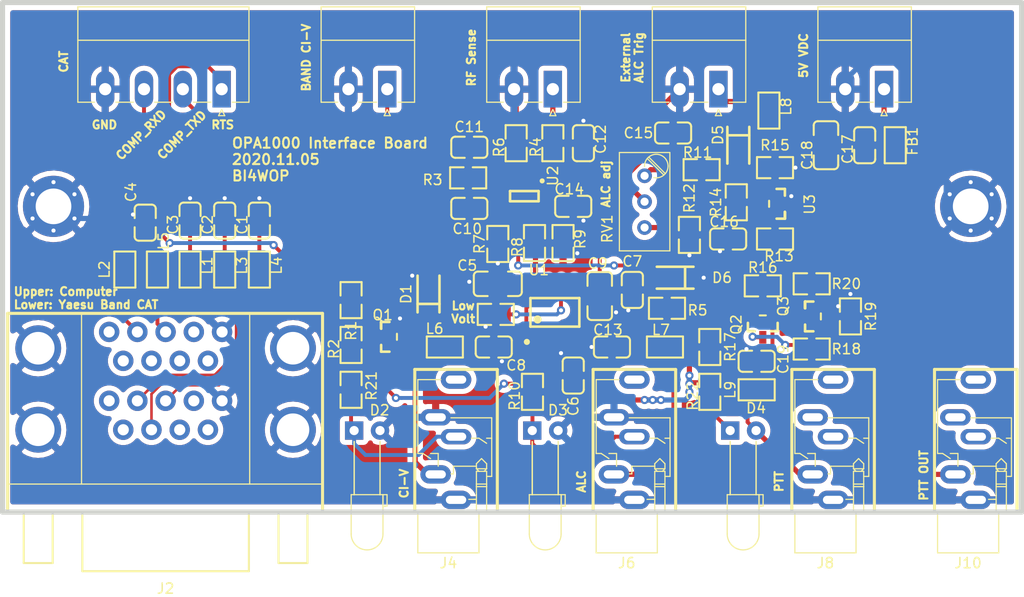
<source format=kicad_pcb>
(kicad_pcb (version 20171130) (host pcbnew "(5.1.4)-1")
  (layers (0 F.Cu signal) (31 B.Cu signal) (34 B.Paste user) (35 F.Paste user) (36 B.SilkS user) (37 F.SilkS user) (38 B.Mask user) (39 F.Mask user) (44 Edge.Cuts user))
  (net 0 "")
  (net 1 GND)
  (net 2 /COMPUTER_TXD232)
  (net 3 /PTT_RTS)
  (net 4 /COMPUTER_RXD232)
  (net 5 CAT232_IN)
  (net 6 VCC)
  (net 7 "Net-(C6-Pad2)")
  (net 8 "Net-(C6-Pad1)")
  (net 9 "Net-(C7-Pad1)")
  (net 10 /BAND_CIV)
  (net 11 "Net-(C10-Pad2)")
  (net 12 "Net-(C10-Pad1)")
  (net 13 "Net-(C11-Pad1)")
  (net 14 "Net-(C13-Pad2)")
  (net 15 "Net-(C14-Pad1)")
  (net 16 /VRef)
  (net 17 "Net-(C16-Pad2)")
  (net 18 PTT)
  (net 19 "Net-(D1-Pad2)")
  (net 20 "Net-(FB1-Pad1)")
  (net 21 "Net-(J2-Pad19)")
  (net 22 "Net-(J2-Pad18)")
  (net 23 "Net-(J2-Pad17)")
  (net 24 "Net-(J2-Pad16)")
  (net 25 "Net-(J2-Pad14)")
  (net 26 "Net-(J2-Pad12)")
  (net 27 "Net-(J2-Pad11)")
  (net 28 "Net-(J2-Pad13)")
  (net 29 "Net-(J2-Pad9)")
  (net 30 "Net-(J2-Pad8)")
  (net 31 "Net-(J2-Pad7)")
  (net 32 "Net-(J2-Pad6)")
  (net 33 "Net-(J2-Pad4)")
  (net 34 "Net-(J2-Pad2)")
  (net 35 "Net-(J2-Pad1)")
  (net 36 "Net-(J2-Pad3)")
  (net 37 "Net-(J4-Pad5)")
  (net 38 "Net-(J4-Pad4)")
  (net 39 "Net-(J5-Pad1)")
  (net 40 "Net-(J6-Pad5)")
  (net 41 "Net-(J6-Pad4)")
  (net 42 /ALC_plugged)
  (net 43 "Net-(J7-Pad1)")
  (net 44 "Net-(J8-Pad3)")
  (net 45 "Net-(J8-Pad4)")
  (net 46 "Net-(J8-Pad2)")
  (net 47 "Net-(J10-Pad5)")
  (net 48 "Net-(J10-Pad3)")
  (net 49 "Net-(J10-Pad4)")
  (net 50 "Net-(J10-Pad2)")
  (net 51 "Net-(Q2-Pad3)")
  (net 52 "Net-(Q2-Pad2)")
  (net 53 "Net-(Q3-Pad3)")
  (net 54 "Net-(Q3-Pad1)")
  (net 55 "Net-(R11-Pad1)")
  (net 56 "Net-(R12-Pad1)")
  (net 57 "Net-(R14-Pad1)")
  (net 58 "Net-(U1-Pad7)")
  (net 59 "Net-(U1-Pad1)")
  (net 60 /CIV_plugged)
  (net 61 "Net-(D4-Pad2)")
  (net 62 "Net-(D4-Pad1)")
  (net 63 "Net-(C15-Pad2)")
  (net 64 "Net-(R23-Pad1)")
  (module lc_lib:0805_R (layer F.Cu) (at 68.4 70.6 180)
    (fp_text reference R23 hide)
    (fp_text value 0)
    (pad 2 smd rect (at 0.89 0 180) (size 1.16 1.47) (layers F.Cu F.Paste F.Mask) (net 1 GND))
    (pad 1 smd rect (at -0.89 0 180) (size 1.16 1.47) (layers F.Cu F.Paste F.Mask) (net 64 "Net-(R23-Pad1)"))
  )
  (module lc_lib:LL-34 (layer F.Cu) (at 86 67 180)
    (fp_text reference D6 (at -4.6 0) (layer F.SilkS))
    (fp_text value 1N4148)
    (pad 2 smd rect (at -1.75 0) (size 0.9 1.5) (layers F.Cu F.Paste F.Mask) (net 1 GND))
    (pad 1 smd rect (at 1.75 0) (size 0.9 1.5) (layers F.Cu F.Paste F.Mask) (net 14 "Net-(C13-Pad2)"))
  )
  (module lc_lib:LL-34 (layer F.Cu) (at 92.2 54 270)
    (fp_text reference D5 (at -1 2 90) (layer F.SilkS))
    (fp_text value 1N4148)
    (pad 2 smd rect (at -1.75 0 90) (size 0.9 1.5) (layers F.Cu F.Paste F.Mask) (net 63 "Net-(C15-Pad2)"))
    (pad 1 smd rect (at 1.75 0 90) (size 0.9 1.5) (layers F.Cu F.Paste F.Mask) (net 16 /VRef))
  )
  (module lc_lib:1206_C (layer F.Cu) (at 78.6 68.8 270)
    (fp_text reference C9 (at -3.2 0.2 180) (layer F.SilkS))
    (fp_text value 10uF)
    (pad 2 smd rect (at 1.49 0 270) (size 1.13 1.8) (layers F.Cu F.Paste F.Mask) (net 1 GND))
    (pad 1 smd rect (at -1.49 0 270) (size 1.13 1.8) (layers F.Cu F.Paste F.Mask) (net 9 "Net-(C7-Pad1)"))
  )
  (module lc_lib:1206_C (layer F.Cu) (at 100.8 54 90)
    (fp_text reference C18 (at -0.978619 -1.849276 90) (layer F.SilkS))
    (fp_text value 10uF)
    (pad 2 smd rect (at 1.49 0 90) (size 1.13 1.8) (layers F.Cu F.Paste F.Mask) (net 1 GND))
    (pad 1 smd rect (at -1.49 0 90) (size 1.13 1.8) (layers F.Cu F.Paste F.Mask) (net 6 VCC))
  )
  (module lc_lib:1206_C (layer F.Cu) (at 68.6 67.6 180)
    (fp_text reference C5 (at 3 1.8) (layer F.SilkS))
    (fp_text value 104)
    (pad 2 smd rect (at 1.49 0 180) (size 1.13 1.8) (layers F.Cu F.Paste F.Mask) (net 1 GND))
    (pad 1 smd rect (at -1.49 0 180) (size 1.13 1.8) (layers F.Cu F.Paste F.Mask) (net 6 VCC))
  )
  (module lc_lib:0805_R (layer F.Cu) (at 89.4 78.2 90)
    (fp_text reference R22 (at -0.393619 -1.684276 90) (layer F.SilkS))
    (fp_text value 2.2K)
    (pad 2 smd rect (at 0.89 0 90) (size 1.16 1.47) (layers F.Cu F.Paste F.Mask) (net 6 VCC))
    (pad 1 smd rect (at -0.89 0 90) (size 1.16 1.47) (layers F.Cu F.Paste F.Mask) (net 62 "Net-(D4-Pad1)"))
  )
  (module lc_lib:0805_R (layer F.Cu) (at 54.2 78 270)
    (fp_text reference R21 (at -0.393619 -2 90) (layer F.SilkS))
    (fp_text value 2.2K)
    (pad 2 smd rect (at 0.89 0 270) (size 1.16 1.47) (layers F.Cu F.Paste F.Mask) (net 60 /CIV_plugged))
    (pad 1 smd rect (at -0.89 0 270) (size 1.16 1.47) (layers F.Cu F.Paste F.Mask) (net 6 VCC))
  )
  (module LEDs:LED_D3.0mm_Horizontal_O6.35mm_Z10.0mm (layer F.Cu) (at 91.4 82)
    (fp_text reference D4 (at 2.54 -2.2) (layer F.SilkS))
    (fp_text value LED)
    (pad 2 thru_hole circle (at 2.54 0) (size 1.8 1.8) (drill 0.9) (layers *.Cu *.Mask) (net 61 "Net-(D4-Pad2)"))
    (pad 1 thru_hole rect (at 0 0) (size 1.8 1.8) (drill 0.9) (layers *.Cu *.Mask) (net 62 "Net-(D4-Pad1)"))
  )
  (module LEDs:LED_D3.0mm_Horizontal_O6.35mm_Z10.0mm (layer F.Cu) (at 71.98 82)
    (fp_text reference D3 (at 2.52 -2) (layer F.SilkS))
    (fp_text value LED)
    (pad 2 thru_hole circle (at 2.54 0) (size 1.8 1.8) (drill 0.9) (layers *.Cu *.Mask) (net 1 GND))
    (pad 1 thru_hole rect (at 0 0) (size 1.8 1.8) (drill 0.9) (layers *.Cu *.Mask) (net 42 /ALC_plugged))
  )
  (module LEDs:LED_D3.0mm_Horizontal_O6.35mm_Z10.0mm (layer F.Cu) (at 54.5 82)
    (fp_text reference D2 (at 2.5 -2) (layer F.SilkS))
    (fp_text value LED)
    (pad 2 thru_hole circle (at 2.54 0) (size 1.8 1.8) (drill 0.9) (layers *.Cu *.Mask) (net 1 GND))
    (pad 1 thru_hole rect (at 0 0) (size 1.8 1.8) (drill 0.9) (layers *.Cu *.Mask) (net 60 /CIV_plugged))
  )
  (module "lc_lib:SOT-23(SOT-23-3)" (layer F.Cu) (at 96.12 59.74801 180)
    (fp_text reference U3 (at -3.08 -0.05199 90) (layer F.SilkS))
    (fp_text value TL431)
    (pad 3 smd rect (at -1.25 0 90) (size 0.7 1.25) (layers F.Cu F.Paste F.Mask) (net 1 GND))
    (pad 2 smd rect (at 1.25 -0.95 90) (size 0.7 1.25) (layers F.Cu F.Paste F.Mask) (net 17 "Net-(C16-Pad2)"))
    (pad 1 smd rect (at 1.25 0.95 90) (size 0.7 1.25) (layers F.Cu F.Paste F.Mask) (net 57 "Net-(R14-Pad1)"))
  )
  (module lc_lib:SOT-23-5 (layer F.Cu) (at 71.2 59 90)
    (fp_text reference U2 (at 2 2.8 90) (layer F.SilkS))
    (fp_text value LMV321)
    (pad 5 smd rect (at -1.4 0.95) (size 0.6 1.1) (layers F.Cu F.Paste F.Mask) (net 15 "Net-(C14-Pad1)"))
    (pad 4 smd rect (at -1.4 -0.95) (size 0.6 1.1) (layers F.Cu F.Paste F.Mask) (net 11 "Net-(C10-Pad2)"))
    (pad 3 smd rect (at 1.4 -0.95) (size 0.6 1.1) (layers F.Cu F.Paste F.Mask) (net 13 "Net-(C11-Pad1)"))
    (pad 2 smd rect (at 1.4 0) (size 0.6 1.1) (layers F.Cu F.Paste F.Mask) (net 9 "Net-(C7-Pad1)"))
    (pad 1 smd rect (at 1.4 0.95) (size 0.6 1.1) (layers F.Cu F.Paste F.Mask) (net 16 /VRef))
  )
  (module lc_lib:SOIC-8_150MIL (layer F.Cu) (at 74.2 70.4)
    (fp_text reference U1 (at -1.573619 -4.150876) (layer F.SilkS))
    (fp_text value ICL7660)
    (pad 8 smd oval (at -1.905 -2.6 180) (size 0.7 1.8) (layers F.Cu F.Paste F.Mask) (net 6 VCC))
    (pad 7 smd oval (at -0.635 -2.6 180) (size 0.7 1.8) (layers F.Cu F.Paste F.Mask) (net 58 "Net-(U1-Pad7)"))
    (pad 6 smd oval (at 0.635 -2.6 180) (size 0.7 1.8) (layers F.Cu F.Paste F.Mask) (net 64 "Net-(R23-Pad1)"))
    (pad 5 smd oval (at 1.905 -2.6 180) (size 0.7 1.8) (layers F.Cu F.Paste F.Mask) (net 9 "Net-(C7-Pad1)"))
    (pad 4 smd oval (at 1.905 2.6 180) (size 0.7 1.8) (layers F.Cu F.Paste F.Mask) (net 7 "Net-(C6-Pad2)"))
    (pad 3 smd oval (at 0.635 2.6 180) (size 0.7 1.8) (layers F.Cu F.Paste F.Mask) (net 1 GND))
    (pad 2 smd oval (at -0.635 2.6 180) (size 0.7 1.8) (layers F.Cu F.Paste F.Mask) (net 8 "Net-(C6-Pad1)"))
    (pad 1 smd oval (at -1.905 2.6 180) (size 0.7 1.8) (layers F.Cu F.Paste F.Mask) (net 59 "Net-(U1-Pad1)"))
  )
  (module MyPCBLib:M3_Screwhole (layer F.Cu) (at 25 60)
    (fp_text reference SC2 hide)
    (fp_text value Conn_01x01 hide)
    (pad 1 thru_hole circle (at 2.05681 -1.1875 300) (size 0.8 0.8) (drill 0.4) (layers *.Cu *.Mask) (net 1 GND))
    (pad 1 thru_hole circle (at 2.05681 1.1875 240) (size 0.8 0.8) (drill 0.4) (layers *.Cu *.Mask) (net 1 GND))
    (pad 1 thru_hole circle (at 0 2.375 180) (size 0.8 0.8) (drill 0.4) (layers *.Cu *.Mask) (net 1 GND))
    (pad 1 thru_hole circle (at -2.05681 1.1875 120) (size 0.8 0.8) (drill 0.4) (layers *.Cu *.Mask) (net 1 GND))
    (pad 1 thru_hole circle (at -2.05681 -1.1875 60) (size 0.8 0.8) (drill 0.4) (layers *.Cu *.Mask) (net 1 GND))
    (pad 1 thru_hole circle (at 0 -2.375) (size 0.8 0.8) (drill 0.4) (layers *.Cu *.Mask) (net 1 GND))
    (pad 1 thru_hole circle (at 0 0) (size 6 6) (drill 3.5) (layers *.Cu *.Mask) (net 1 GND))
  )
  (module MyPCBLib:M3_Screwhole (layer F.Cu) (at 115 60)
    (fp_text reference SC1 hide)
    (fp_text value Conn_01x01 hide)
    (pad 1 thru_hole circle (at 2.05681 -1.1875 300) (size 0.8 0.8) (drill 0.4) (layers *.Cu *.Mask) (net 1 GND))
    (pad 1 thru_hole circle (at 2.05681 1.1875 240) (size 0.8 0.8) (drill 0.4) (layers *.Cu *.Mask) (net 1 GND))
    (pad 1 thru_hole circle (at 0 2.375 180) (size 0.8 0.8) (drill 0.4) (layers *.Cu *.Mask) (net 1 GND))
    (pad 1 thru_hole circle (at -2.05681 1.1875 120) (size 0.8 0.8) (drill 0.4) (layers *.Cu *.Mask) (net 1 GND))
    (pad 1 thru_hole circle (at -2.05681 -1.1875 60) (size 0.8 0.8) (drill 0.4) (layers *.Cu *.Mask) (net 1 GND))
    (pad 1 thru_hole circle (at 0 -2.375) (size 0.8 0.8) (drill 0.4) (layers *.Cu *.Mask) (net 1 GND))
    (pad 1 thru_hole circle (at 0 0) (size 6 6) (drill 3.5) (layers *.Cu *.Mask) (net 1 GND))
  )
  (module Potentiometers:Potentiometer_Trimmer_Bourns_3296W (layer F.Cu) (at 83 57 90)
    (fp_text reference RV1 (at -5.2 -3.66 90) (layer F.SilkS))
    (fp_text value 10K)
    (pad 3 thru_hole circle (at -5.08 0 90) (size 1.44 1.44) (drill 0.8) (layers *.Cu *.Mask) (net 56 "Net-(R12-Pad1)"))
    (pad 2 thru_hole circle (at -2.54 0 90) (size 1.44 1.44) (drill 0.8) (layers *.Cu *.Mask) (net 16 /VRef))
    (pad 1 thru_hole circle (at 0 0 90) (size 1.44 1.44) (drill 0.8) (layers *.Cu *.Mask) (net 55 "Net-(R11-Pad1)"))
  )
  (module lc_lib:0805_R (layer F.Cu) (at 99.4 67.6 180)
    (fp_text reference R20 (at -3.4 0) (layer F.SilkS))
    (fp_text value 100)
    (pad 2 smd rect (at 0.89 0 180) (size 1.16 1.47) (layers F.Cu F.Paste F.Mask) (net 53 "Net-(Q3-Pad3)"))
    (pad 1 smd rect (at -0.89 0 180) (size 1.16 1.47) (layers F.Cu F.Paste F.Mask) (net 47 "Net-(J10-Pad5)"))
  )
  (module lc_lib:0805_R (layer F.Cu) (at 103.2 70.8 90)
    (fp_text reference R19 (at 0 2 90) (layer F.SilkS))
    (fp_text value R_Small)
    (pad 2 smd rect (at 0.89 0 90) (size 1.16 1.47) (layers F.Cu F.Paste F.Mask) (net 1 GND))
    (pad 1 smd rect (at -0.89 0 90) (size 1.16 1.47) (layers F.Cu F.Paste F.Mask) (net 54 "Net-(Q3-Pad1)"))
  )
  (module lc_lib:0805_R (layer F.Cu) (at 99.4 74)
    (fp_text reference R18 (at 3.4 0) (layer F.SilkS))
    (fp_text value R_Small)
    (pad 2 smd rect (at 0.89 0) (size 1.16 1.47) (layers F.Cu F.Paste F.Mask) (net 54 "Net-(Q3-Pad1)"))
    (pad 1 smd rect (at -0.89 0) (size 1.16 1.47) (layers F.Cu F.Paste F.Mask) (net 51 "Net-(Q2-Pad3)"))
  )
  (module lc_lib:0805_R (layer F.Cu) (at 89.4 73.8 270)
    (fp_text reference R17 (at 0 -2 90) (layer F.SilkS))
    (fp_text value R_Small)
    (pad 2 smd rect (at 0.89 0 270) (size 1.16 1.47) (layers F.Cu F.Paste F.Mask) (net 6 VCC))
    (pad 1 smd rect (at -0.89 0 270) (size 1.16 1.47) (layers F.Cu F.Paste F.Mask) (net 52 "Net-(Q2-Pad2)"))
  )
  (module lc_lib:0805_R (layer F.Cu) (at 94.6 67.8 180)
    (fp_text reference R16 (at 0 1.8) (layer F.SilkS))
    (fp_text value R_Small)
    (pad 2 smd rect (at 0.89 0 180) (size 1.16 1.47) (layers F.Cu F.Paste F.Mask) (net 52 "Net-(Q2-Pad2)"))
    (pad 1 smd rect (at -0.89 0 180) (size 1.16 1.47) (layers F.Cu F.Paste F.Mask) (net 18 PTT))
  )
  (module lc_lib:0805_R (layer F.Cu) (at 95.8 56.2 180)
    (fp_text reference R15 (at 0 2.2) (layer F.SilkS))
    (fp_text value 10k)
    (pad 2 smd rect (at 0.89 0 180) (size 1.16 1.47) (layers F.Cu F.Paste F.Mask) (net 57 "Net-(R14-Pad1)"))
    (pad 1 smd rect (at -0.89 0 180) (size 1.16 1.47) (layers F.Cu F.Paste F.Mask) (net 1 GND))
  )
  (module lc_lib:0805_R (layer F.Cu) (at 92 59.6 270)
    (fp_text reference R14 (at 0 2 90) (layer F.SilkS))
    (fp_text value 0)
    (pad 2 smd rect (at 0.89 0 270) (size 1.16 1.47) (layers F.Cu F.Paste F.Mask) (net 17 "Net-(C16-Pad2)"))
    (pad 1 smd rect (at -0.89 0 270) (size 1.16 1.47) (layers F.Cu F.Paste F.Mask) (net 57 "Net-(R14-Pad1)"))
  )
  (module lc_lib:0805_R (layer F.Cu) (at 95.8 63.2 180)
    (fp_text reference R13 (at -0.393619 -1.684276) (layer F.SilkS))
    (fp_text value 1K)
    (pad 2 smd rect (at 0.89 0 180) (size 1.16 1.47) (layers F.Cu F.Paste F.Mask) (net 17 "Net-(C16-Pad2)"))
    (pad 1 smd rect (at -0.89 0 180) (size 1.16 1.47) (layers F.Cu F.Paste F.Mask) (net 6 VCC))
  )
  (module lc_lib:0805_R (layer F.Cu) (at 87.4 62.8 270)
    (fp_text reference R12 (at -3.6 0 90) (layer F.SilkS))
    (fp_text value 1K)
    (pad 2 smd rect (at 0.89 0 270) (size 1.16 1.47) (layers F.Cu F.Paste F.Mask) (net 1 GND))
    (pad 1 smd rect (at -0.89 0 270) (size 1.16 1.47) (layers F.Cu F.Paste F.Mask) (net 56 "Net-(R12-Pad1)"))
  )
  (module lc_lib:0805_R (layer F.Cu) (at 88.6 56.4)
    (fp_text reference R11 (at -0.393619 -1.684276) (layer F.SilkS))
    (fp_text value 1K)
    (pad 2 smd rect (at 0.89 0) (size 1.16 1.47) (layers F.Cu F.Paste F.Mask) (net 17 "Net-(C16-Pad2)"))
    (pad 1 smd rect (at -0.89 0) (size 1.16 1.47) (layers F.Cu F.Paste F.Mask) (net 55 "Net-(R11-Pad1)"))
  )
  (module lc_lib:0805_R (layer F.Cu) (at 72 78.2 90)
    (fp_text reference R10 (at -0.39 -1.75 90) (layer F.SilkS))
    (fp_text value 2.2K)
    (pad 2 smd rect (at 0.89 0 90) (size 1.16 1.47) (layers F.Cu F.Paste F.Mask) (net 6 VCC))
    (pad 1 smd rect (at -0.89 0 90) (size 1.16 1.47) (layers F.Cu F.Paste F.Mask) (net 42 /ALC_plugged))
  )
  (module lc_lib:0805_R (layer F.Cu) (at 75 63.6 270)
    (fp_text reference R9 (at -0.393619 -1.684276 90) (layer F.SilkS))
    (fp_text value 0)
    (pad 2 smd rect (at 0.89 0 270) (size 1.16 1.47) (layers F.Cu F.Paste F.Mask) (net 1 GND))
    (pad 1 smd rect (at -0.89 0 270) (size 1.16 1.47) (layers F.Cu F.Paste F.Mask) (net 15 "Net-(C14-Pad1)"))
  )
  (module lc_lib:0805_R (layer F.Cu) (at 72.2 63.6 90)
    (fp_text reference R8 (at -0.393619 -1.684276 90) (layer F.SilkS))
    (fp_text value 0)
    (pad 2 smd rect (at 0.89 0 90) (size 1.16 1.47) (layers F.Cu F.Paste F.Mask) (net 15 "Net-(C14-Pad1)"))
    (pad 1 smd rect (at -0.89 0 90) (size 1.16 1.47) (layers F.Cu F.Paste F.Mask) (net 6 VCC))
  )
  (module lc_lib:0805_R (layer F.Cu) (at 68.6 63.69 270)
    (fp_text reference R7 (at 0 1.8 90) (layer F.SilkS))
    (fp_text value 2.2K)
    (pad 2 smd rect (at 0.89 0 270) (size 1.16 1.47) (layers F.Cu F.Paste F.Mask) (net 1 GND))
    (pad 1 smd rect (at -0.89 0 270) (size 1.16 1.47) (layers F.Cu F.Paste F.Mask) (net 11 "Net-(C10-Pad2)"))
  )
  (module lc_lib:0805_R (layer F.Cu) (at 70.4 53.8 90)
    (fp_text reference R6 (at -0.393619 -1.684276 90) (layer F.SilkS))
    (fp_text value R_Small)
    (pad 2 smd rect (at 0.89 0 90) (size 1.16 1.47) (layers F.Cu F.Paste F.Mask) (net 1 GND))
    (pad 1 smd rect (at -0.89 0 90) (size 1.16 1.47) (layers F.Cu F.Paste F.Mask) (net 13 "Net-(C11-Pad1)"))
  )
  (module lc_lib:0805_R (layer F.Cu) (at 85.2 70)
    (fp_text reference R5 (at 3 0.2) (layer F.SilkS))
    (fp_text value 1K)
    (pad 2 smd rect (at 0.89 0) (size 1.16 1.47) (layers F.Cu F.Paste F.Mask) (net 11 "Net-(C10-Pad2)"))
    (pad 1 smd rect (at -0.89 0) (size 1.16 1.47) (layers F.Cu F.Paste F.Mask) (net 14 "Net-(C13-Pad2)"))
  )
  (module lc_lib:0805_R (layer F.Cu) (at 74 53.8 90)
    (fp_text reference R4 (at -0.393619 -1.684276 90) (layer F.SilkS))
    (fp_text value R_Small)
    (pad 2 smd rect (at 0.89 0 90) (size 1.16 1.47) (layers F.Cu F.Paste F.Mask) (net 39 "Net-(J5-Pad1)"))
    (pad 1 smd rect (at -0.89 0 90) (size 1.16 1.47) (layers F.Cu F.Paste F.Mask) (net 13 "Net-(C11-Pad1)"))
  )
  (module lc_lib:0805_R (layer F.Cu) (at 65.689999 57.2)
    (fp_text reference R3 (at -3.489999 0.2) (layer F.SilkS))
    (fp_text value 1K)
    (pad 2 smd rect (at 0.89 0) (size 1.16 1.47) (layers F.Cu F.Paste F.Mask) (net 13 "Net-(C11-Pad1)"))
    (pad 1 smd rect (at -0.89 0) (size 1.16 1.47) (layers F.Cu F.Paste F.Mask) (net 12 "Net-(C10-Pad1)"))
  )
  (module lc_lib:0805_R (layer F.Cu) (at 54.2 73.6 90)
    (fp_text reference R2 (at -0.393619 -1.684276 90) (layer F.SilkS))
    (fp_text value 4.7K)
    (pad 2 smd rect (at 0.89 0 90) (size 1.16 1.47) (layers F.Cu F.Paste F.Mask) (net 10 /BAND_CIV))
    (pad 1 smd rect (at -0.89 0 90) (size 1.16 1.47) (layers F.Cu F.Paste F.Mask) (net 6 VCC))
  )
  (module lc_lib:0805_R (layer F.Cu) (at 54.2 69.2 270)
    (fp_text reference R1 (at 3 0 90) (layer F.SilkS))
    (fp_text value 10K)
    (pad 2 smd rect (at 0.89 0 270) (size 1.16 1.47) (layers F.Cu F.Paste F.Mask) (net 19 "Net-(D1-Pad2)"))
    (pad 1 smd rect (at -0.89 0 270) (size 1.16 1.47) (layers F.Cu F.Paste F.Mask) (net 5 CAT232_IN))
  )
  (module "lc_lib:SOT-23(SOT-23-3)" (layer F.Cu) (at 99.4 70.8)
    (fp_text reference Q3 (at -2.8 -1 90) (layer F.SilkS))
    (fp_text value 8050)
    (pad 3 smd rect (at -1.25 0 270) (size 0.7 1.25) (layers F.Cu F.Paste F.Mask) (net 53 "Net-(Q3-Pad3)"))
    (pad 2 smd rect (at 1.25 -0.95 270) (size 0.7 1.25) (layers F.Cu F.Paste F.Mask) (net 1 GND))
    (pad 1 smd rect (at 1.25 0.95 270) (size 0.7 1.25) (layers F.Cu F.Paste F.Mask) (net 54 "Net-(Q3-Pad1)"))
  )
  (module "lc_lib:SOT-23(SOT-23-3)" (layer F.Cu) (at 94.6 71.6 90)
    (fp_text reference Q2 (at 0 -2.6 90) (layer F.SilkS))
    (fp_text value 8550)
    (pad 3 smd rect (at -1.25 0) (size 0.7 1.25) (layers F.Cu F.Paste F.Mask) (net 51 "Net-(Q2-Pad3)"))
    (pad 2 smd rect (at 1.25 -0.95) (size 0.7 1.25) (layers F.Cu F.Paste F.Mask) (net 52 "Net-(Q2-Pad2)"))
    (pad 1 smd rect (at 1.25 0.95) (size 0.7 1.25) (layers F.Cu F.Paste F.Mask) (net 18 PTT))
  )
  (module "lc_lib:SOT-23(SOT-23-3)" (layer F.Cu) (at 57.8 72.8)
    (fp_text reference Q1 (at -0.500219 -2.136276) (layer F.SilkS))
    (fp_text value 8050)
    (pad 3 smd rect (at -1.25 0 270) (size 0.7 1.25) (layers F.Cu F.Paste F.Mask) (net 10 /BAND_CIV))
    (pad 2 smd rect (at 1.25 -0.95 270) (size 0.7 1.25) (layers F.Cu F.Paste F.Mask) (net 1 GND))
    (pad 1 smd rect (at 1.25 0.95 270) (size 0.7 1.25) (layers F.Cu F.Paste F.Mask) (net 19 "Net-(D1-Pad2)"))
  )
  (module lc_lib:0805_L (layer F.Cu) (at 94 78 180)
    (fp_text reference L9 (at 2.6 0 270) (layer F.SilkS))
    (fp_text value 1uH)
    (pad 2 smd rect (at 0.89 0 180) (size 1.16 1.47) (layers F.Cu F.Paste F.Mask) (net 61 "Net-(D4-Pad2)"))
    (pad 1 smd rect (at -0.89 0 180) (size 1.16 1.47) (layers F.Cu F.Paste F.Mask) (net 18 PTT))
  )
  (module lc_lib:0805_L (layer F.Cu) (at 95.2 50.6 270)
    (fp_text reference L8 (at -0.393619 -1.684276 90) (layer F.SilkS))
    (fp_text value 1uH)
    (pad 2 smd rect (at 0.89 0 270) (size 1.16 1.47) (layers F.Cu F.Paste F.Mask) (net 63 "Net-(C15-Pad2)"))
    (pad 1 smd rect (at -0.89 0 270) (size 1.16 1.47) (layers F.Cu F.Paste F.Mask) (net 43 "Net-(J7-Pad1)"))
  )
  (module lc_lib:0805_L (layer F.Cu) (at 85 73.8)
    (fp_text reference L7 (at -0.393619 -1.684276) (layer F.SilkS))
    (fp_text value 1uH)
    (pad 2 smd rect (at 0.89 0) (size 1.16 1.47) (layers F.Cu F.Paste F.Mask) (net 40 "Net-(J6-Pad5)"))
    (pad 1 smd rect (at -0.89 0) (size 1.16 1.47) (layers F.Cu F.Paste F.Mask) (net 14 "Net-(C13-Pad2)"))
  )
  (module lc_lib:0805_L (layer F.Cu) (at 63.4 73.8 180)
    (fp_text reference L6 (at 1 1.8) (layer F.SilkS))
    (fp_text value 1uH)
    (pad 2 smd rect (at 0.89 0 180) (size 1.16 1.47) (layers F.Cu F.Paste F.Mask) (net 37 "Net-(J4-Pad5)"))
    (pad 1 smd rect (at -0.89 0 180) (size 1.16 1.47) (layers F.Cu F.Paste F.Mask) (net 10 /BAND_CIV))
  )
  (module lc_lib:0805_L (layer F.Cu) (at 35.2 66.2 270)
    (fp_text reference L5 (at -2.8 -0.6 90) (layer F.SilkS))
    (fp_text value 1uH)
    (pad 2 smd rect (at 0.89 0 270) (size 1.16 1.47) (layers F.Cu F.Paste F.Mask) (net 28 "Net-(J2-Pad13)"))
    (pad 1 smd rect (at -0.89 0 270) (size 1.16 1.47) (layers F.Cu F.Paste F.Mask) (net 4 /COMPUTER_RXD232))
  )
  (module lc_lib:0805_L (layer F.Cu) (at 45.2 66.2 270)
    (fp_text reference L4 (at -0.393619 -1.684276 90) (layer F.SilkS))
    (fp_text value 1uH)
    (pad 2 smd rect (at 0.89 0 270) (size 1.16 1.47) (layers F.Cu F.Paste F.Mask) (net 36 "Net-(J2-Pad3)"))
    (pad 1 smd rect (at -0.89 0 270) (size 1.16 1.47) (layers F.Cu F.Paste F.Mask) (net 2 /COMPUTER_TXD232))
  )
  (module lc_lib:0805_L (layer F.Cu) (at 41.8 66.2 270)
    (fp_text reference L3 (at -0.393619 -1.684276 90) (layer F.SilkS))
    (fp_text value 1uH)
    (pad 2 smd rect (at 0.89 0 270) (size 1.16 1.47) (layers F.Cu F.Paste F.Mask) (net 31 "Net-(J2-Pad7)"))
    (pad 1 smd rect (at -0.89 0 270) (size 1.16 1.47) (layers F.Cu F.Paste F.Mask) (net 3 /PTT_RTS))
  )
  (module lc_lib:0805_L (layer F.Cu) (at 32 66.2 270)
    (fp_text reference L2 (at 0 2 90) (layer F.SilkS))
    (fp_text value 1uH)
    (pad 2 smd rect (at 0.89 0 270) (size 1.16 1.47) (layers F.Cu F.Paste F.Mask) (net 26 "Net-(J2-Pad12)"))
    (pad 1 smd rect (at -0.89 0 270) (size 1.16 1.47) (layers F.Cu F.Paste F.Mask) (net 5 CAT232_IN))
  )
  (module lc_lib:0805_L (layer F.Cu) (at 38.4 66.2 270)
    (fp_text reference L1 (at -0.393619 -1.684276 90) (layer F.SilkS))
    (fp_text value 1uH)
    (pad 2 smd rect (at 0.89 0 270) (size 1.16 1.47) (layers F.Cu F.Paste F.Mask) (net 34 "Net-(J2-Pad2)"))
    (pad 1 smd rect (at -0.89 0 270) (size 1.16 1.47) (layers F.Cu F.Paste F.Mask) (net 4 /COMPUTER_RXD232))
  )
  (module MyPCBLib:PJ325 (layer F.Cu) (at 115.5 90 180)
    (fp_text reference J10 (at 0.75 -5) (layer F.SilkS))
    (fp_text value AudioJack_PJ325)
    (pad 5 thru_hole oval (at 2 3.7 180) (size 3 1.8) (drill oval 2 0.8) (layers *.Cu *.Mask) (net 47 "Net-(J10-Pad5)"))
    (pad 3 thru_hole oval (at 2 9.3 180) (size 3 1.6) (drill oval 2 0.8) (layers *.Cu *.Mask) (net 48 "Net-(J10-Pad3)"))
    (pad 4 thru_hole oval (at 0 13 180) (size 3 1.8) (drill oval 2 0.8) (layers *.Cu *.Mask) (net 49 "Net-(J10-Pad4)"))
    (pad 2 thru_hole oval (at 0 7.4 180) (size 3 1.5) (drill oval 2 0.8) (layers *.Cu *.Mask) (net 50 "Net-(J10-Pad2)"))
    (pad 1 thru_hole oval (at 0 1.2 180) (size 3 1.8) (drill oval 2 0.8) (layers *.Cu *.Mask) (net 1 GND))
  )
  (module Connectors_Phoenix:PhoenixContact_MC-G_02x3.81mm_Angled (layer F.Cu) (at 106.5 48.5 180)
    (fp_text reference J9 hide)
    (fp_text value +5V)
    (pad 2 thru_hole oval (at 3.81 0 180) (size 1.8 3.6) (drill 1.2) (layers *.Cu *.Mask) (net 1 GND))
    (pad 1 thru_hole rect (at 0 0 180) (size 1.8 3.6) (drill 1.2) (layers *.Cu *.Mask) (net 20 "Net-(FB1-Pad1)"))
  )
  (module MyPCBLib:PJ325 (layer F.Cu) (at 101.5 90 180)
    (fp_text reference J8 (at 0.75 -5) (layer F.SilkS))
    (fp_text value AudioJack_PJ325)
    (pad 5 thru_hole oval (at 2 3.7 180) (size 3 1.8) (drill oval 2 0.8) (layers *.Cu *.Mask) (net 61 "Net-(D4-Pad2)"))
    (pad 3 thru_hole oval (at 2 9.3 180) (size 3 1.6) (drill oval 2 0.8) (layers *.Cu *.Mask) (net 44 "Net-(J8-Pad3)"))
    (pad 4 thru_hole oval (at 0 13 180) (size 3 1.8) (drill oval 2 0.8) (layers *.Cu *.Mask) (net 45 "Net-(J8-Pad4)"))
    (pad 2 thru_hole oval (at 0 7.4 180) (size 3 1.5) (drill oval 2 0.8) (layers *.Cu *.Mask) (net 46 "Net-(J8-Pad2)"))
    (pad 1 thru_hole oval (at 0 1.2 180) (size 3 1.8) (drill oval 2 0.8) (layers *.Cu *.Mask) (net 1 GND))
  )
  (module Connectors_Phoenix:PhoenixContact_MC-G_02x3.81mm_Angled (layer F.Cu) (at 90.25 48.5 180)
    (fp_text reference J7 hide)
    (fp_text value "ALC trig")
    (pad 2 thru_hole oval (at 3.81 0 180) (size 1.8 3.6) (drill 1.2) (layers *.Cu *.Mask) (net 1 GND))
    (pad 1 thru_hole rect (at 0 0 180) (size 1.8 3.6) (drill 1.2) (layers *.Cu *.Mask) (net 43 "Net-(J7-Pad1)"))
  )
  (module MyPCBLib:PJ325 (layer F.Cu) (at 82 90 180)
    (fp_text reference J6 (at 0.75 -5) (layer F.SilkS))
    (fp_text value AudioJack_PJ325)
    (pad 5 thru_hole oval (at 2 3.7 180) (size 3 1.8) (drill oval 2 0.8) (layers *.Cu *.Mask) (net 40 "Net-(J6-Pad5)"))
    (pad 3 thru_hole oval (at 2 9.3 180) (size 3 1.6) (drill oval 2 0.8) (layers *.Cu *.Mask) (net 1 GND))
    (pad 4 thru_hole oval (at 0 13 180) (size 3 1.8) (drill oval 2 0.8) (layers *.Cu *.Mask) (net 41 "Net-(J6-Pad4)"))
    (pad 2 thru_hole oval (at 0 7.4 180) (size 3 1.5) (drill oval 2 0.8) (layers *.Cu *.Mask) (net 42 /ALC_plugged))
    (pad 1 thru_hole oval (at 0 1.2 180) (size 3 1.8) (drill oval 2 0.8) (layers *.Cu *.Mask) (net 1 GND))
  )
  (module Connectors_Phoenix:PhoenixContact_MC-G_02x3.81mm_Angled (layer F.Cu) (at 74 48.5 180)
    (fp_text reference J5 hide)
    (fp_text value "RF sense")
    (pad 2 thru_hole oval (at 3.81 0 180) (size 1.8 3.6) (drill 1.2) (layers *.Cu *.Mask) (net 1 GND))
    (pad 1 thru_hole rect (at 0 0 180) (size 1.8 3.6) (drill 1.2) (layers *.Cu *.Mask) (net 39 "Net-(J5-Pad1)"))
  )
  (module MyPCBLib:PJ325 (layer F.Cu) (at 64.5 90 180)
    (fp_text reference J4 (at 0.75 -5) (layer F.SilkS))
    (fp_text value AudioJack_PJ325)
    (pad 5 thru_hole oval (at 2 3.7 180) (size 3 1.8) (drill oval 2 0.8) (layers *.Cu *.Mask) (net 37 "Net-(J4-Pad5)"))
    (pad 3 thru_hole oval (at 2 9.3 180) (size 3 1.6) (drill oval 2 0.8) (layers *.Cu *.Mask) (net 1 GND))
    (pad 4 thru_hole oval (at 0 13 180) (size 3 1.8) (drill oval 2 0.8) (layers *.Cu *.Mask) (net 38 "Net-(J4-Pad4)"))
    (pad 2 thru_hole oval (at 0 7.4 180) (size 3 1.5) (drill oval 2 0.8) (layers *.Cu *.Mask) (net 60 /CIV_plugged))
    (pad 1 thru_hole oval (at 0 1.2 180) (size 3 1.8) (drill oval 2 0.8) (layers *.Cu *.Mask) (net 1 GND))
  )
  (module Connectors_Phoenix:PhoenixContact_MC-G_02x3.81mm_Angled (layer F.Cu) (at 57.75 48.5 180)
    (fp_text reference J3 hide)
    (fp_text value "CIV out")
    (pad 2 thru_hole oval (at 3.81 0 180) (size 1.8 3.6) (drill 1.2) (layers *.Cu *.Mask) (net 1 GND))
    (pad 1 thru_hole rect (at 0 0 180) (size 1.8 3.6) (drill 1.2) (layers *.Cu *.Mask) (net 10 /BAND_CIV))
  )
  (module MyPCBLib:DR9 (layer F.Cu) (at 36 90 180)
    (fp_text reference J2 (at 0 -7.5) (layer F.SilkS))
    (fp_text value DR9_Dual_Male)
    (pad 19 thru_hole circle (at -4.155 14.84 180) (size 2 2) (drill 1.1) (layers *.Cu *.Mask B.Paste) (net 21 "Net-(J2-Pad19)"))
    (pad 18 thru_hole circle (at -1.385 14.84 180) (size 2 2) (drill 1.1) (layers *.Cu *.Mask B.Paste) (net 22 "Net-(J2-Pad18)"))
    (pad 17 thru_hole circle (at 1.385 14.84 180) (size 2 2) (drill 1.1) (layers *.Cu *.Mask B.Paste) (net 23 "Net-(J2-Pad17)"))
    (pad 16 thru_hole circle (at 4.155 14.84 180) (size 2 2) (drill 1.1) (layers *.Cu *.Mask B.Paste) (net 24 "Net-(J2-Pad16)"))
    (pad 15 thru_hole circle (at -5.54 17.68 180) (size 2 2) (drill 1.1) (layers *.Cu *.Mask B.Paste) (net 1 GND))
    (pad 14 thru_hole circle (at -2.77 17.68 180) (size 2 2) (drill 1.1) (layers *.Cu *.Mask B.Paste) (net 25 "Net-(J2-Pad14)"))
    (pad 12 thru_hole circle (at 2.77 17.68 180) (size 2 2) (drill 1.1) (layers *.Cu *.Mask B.Paste) (net 26 "Net-(J2-Pad12)"))
    (pad 11 thru_hole circle (at 5.54 17.68 180) (size 2 2) (drill 1.1) (layers *.Cu *.Mask B.Paste) (net 27 "Net-(J2-Pad11)"))
    (pad 13 thru_hole circle (at 0 17.68 180) (size 2 2) (drill 1.1) (layers *.Cu *.Mask B.Paste) (net 28 "Net-(J2-Pad13)"))
    (pad 9 thru_hole circle (at -4.155 8.08 180) (size 2 2) (drill 1.1) (layers *.Cu *.Mask B.Paste) (net 29 "Net-(J2-Pad9)"))
    (pad 8 thru_hole circle (at -1.385 8.08 180) (size 2 2) (drill 1.1) (layers *.Cu *.Mask) (net 30 "Net-(J2-Pad8)"))
    (pad 7 thru_hole circle (at 1.385 8.08 180) (size 2 2) (drill 1.1) (layers *.Cu *.Mask) (net 31 "Net-(J2-Pad7)"))
    (pad 6 thru_hole circle (at 4.155 8.08 180) (size 2 2) (drill 1.1) (layers *.Cu *.Mask) (net 32 "Net-(J2-Pad6)"))
    (pad 5 thru_hole circle (at -5.54 10.92 180) (size 2 2) (drill 1.1) (layers *.Cu *.Mask) (net 1 GND))
    (pad 4 thru_hole circle (at -2.77 10.92 180) (size 2 2) (drill 1.1) (layers *.Cu *.Mask) (net 33 "Net-(J2-Pad4)"))
    (pad 2 thru_hole circle (at 2.77 10.92 180) (size 2 2) (drill 1.1) (layers *.Cu *.Mask) (net 34 "Net-(J2-Pad2)"))
    (pad 1 thru_hole circle (at 5.54 10.92 180) (size 2 2) (drill 1.1) (layers *.Cu *.Mask) (net 35 "Net-(J2-Pad1)"))
    (pad 3 thru_hole circle (at 0 10.92 180) (size 2 2) (drill 1.1) (layers *.Cu *.Mask) (net 36 "Net-(J2-Pad3)"))
    (pad 0 thru_hole circle (at -12.5 16.08 180) (size 4.5 4.5) (drill 3.2) (layers *.Cu *.Mask) (net 1 GND))
    (pad 0 thru_hole circle (at 12.5 16.08 180) (size 4.5 4.5) (drill 3.2) (layers *.Cu *.Mask) (net 1 GND))
    (pad 0 thru_hole circle (at 12.5 8.08 180) (size 4.5 4.5) (drill 3.2) (layers *.Cu *.Mask) (net 1 GND))
    (pad 0 thru_hole circle (at -12.5 8.08 180) (size 4.5 4.5) (drill 3.2) (layers *.Cu *.Mask) (net 1 GND))
  )
  (module Connectors_Phoenix:PhoenixContact_MC-G_04x3.81mm_Angled (layer F.Cu) (at 41.5 48.5 180)
    (fp_text reference J1 hide)
    (fp_text value "RS232 CAT")
    (pad 4 thru_hole oval (at 11.43 0 180) (size 1.8 3.6) (drill 1.2) (layers *.Cu *.Mask) (net 1 GND))
    (pad 3 thru_hole oval (at 7.62 0 180) (size 1.8 3.6) (drill 1.2) (layers *.Cu *.Mask) (net 4 /COMPUTER_RXD232))
    (pad 2 thru_hole oval (at 3.81 0 180) (size 1.8 3.6) (drill 1.2) (layers *.Cu *.Mask) (net 2 /COMPUTER_TXD232))
    (pad 1 thru_hole rect (at 0 0 180) (size 1.8 3.6) (drill 1.2) (layers *.Cu *.Mask) (net 3 /PTT_RTS))
  )
  (module lc_lib:0805_L (layer F.Cu) (at 107.6 54 270)
    (fp_text reference FB1 (at -0.393619 -1.684276 90) (layer F.SilkS))
    (fp_text value Ferrite_Bead_Small)
    (pad 2 smd rect (at 0.89 0 270) (size 1.16 1.47) (layers F.Cu F.Paste F.Mask) (net 6 VCC))
    (pad 1 smd rect (at -0.89 0 270) (size 1.16 1.47) (layers F.Cu F.Paste F.Mask) (net 20 "Net-(FB1-Pad1)"))
  )
  (module lc_lib:LL-34 (layer F.Cu) (at 61.8 68.6 90)
    (fp_text reference D1 (at 0 -2.2 90) (layer F.SilkS))
    (fp_text value 1N4148)
    (pad 2 smd rect (at -1.75 0 270) (size 0.9 1.5) (layers F.Cu F.Paste F.Mask) (net 19 "Net-(D1-Pad2)"))
    (pad 1 smd rect (at 1.75 0 270) (size 0.9 1.5) (layers F.Cu F.Paste F.Mask) (net 1 GND))
  )
  (module lc_lib:0805_C (layer F.Cu) (at 94 75.2)
    (fp_text reference C19 (at 2.6 -0.2 270) (layer F.SilkS))
    (fp_text value 104)
    (pad 2 smd rect (at 0.89 0) (size 1.16 1.47) (layers F.Cu F.Paste F.Mask) (net 18 PTT))
    (pad 1 smd rect (at -0.89 0) (size 1.16 1.47) (layers F.Cu F.Paste F.Mask) (net 1 GND))
  )
  (module lc_lib:0805_C (layer F.Cu) (at 104.6 54 90)
    (fp_text reference C17 (at -0.393619 -1.684276 90) (layer F.SilkS))
    (fp_text value 104)
    (pad 2 smd rect (at 0.89 0 90) (size 1.16 1.47) (layers F.Cu F.Paste F.Mask) (net 1 GND))
    (pad 1 smd rect (at -0.89 0 90) (size 1.16 1.47) (layers F.Cu F.Paste F.Mask) (net 6 VCC))
  )
  (module lc_lib:0805_C (layer F.Cu) (at 91.2 63.2)
    (fp_text reference C16 (at -0.393619 -1.684276) (layer F.SilkS))
    (fp_text value 1uF)
    (pad 2 smd rect (at 0.89 0) (size 1.16 1.47) (layers F.Cu F.Paste F.Mask) (net 17 "Net-(C16-Pad2)"))
    (pad 1 smd rect (at -0.89 0) (size 1.16 1.47) (layers F.Cu F.Paste F.Mask) (net 1 GND))
  )
  (module lc_lib:0805_C (layer F.Cu) (at 85.8 52.8)
    (fp_text reference C15 (at -3.4 0) (layer F.SilkS))
    (fp_text value 103)
    (pad 2 smd rect (at 0.89 0) (size 1.16 1.47) (layers F.Cu F.Paste F.Mask) (net 63 "Net-(C15-Pad2)"))
    (pad 1 smd rect (at -0.89 0) (size 1.16 1.47) (layers F.Cu F.Paste F.Mask) (net 1 GND))
  )
  (module lc_lib:0805_C (layer F.Cu) (at 76 60)
    (fp_text reference C14 (at -0.393619 -1.684276) (layer F.SilkS))
    (fp_text value 104)
    (pad 2 smd rect (at 0.89 0) (size 1.16 1.47) (layers F.Cu F.Paste F.Mask) (net 1 GND))
    (pad 1 smd rect (at -0.89 0) (size 1.16 1.47) (layers F.Cu F.Paste F.Mask) (net 15 "Net-(C14-Pad1)"))
  )
  (module lc_lib:0805_C (layer F.Cu) (at 79.8 73.8)
    (fp_text reference C13 (at -0.393619 -1.684276) (layer F.SilkS))
    (fp_text value 104)
    (pad 2 smd rect (at 0.89 0) (size 1.16 1.47) (layers F.Cu F.Paste F.Mask) (net 14 "Net-(C13-Pad2)"))
    (pad 1 smd rect (at -0.89 0) (size 1.16 1.47) (layers F.Cu F.Paste F.Mask) (net 1 GND))
  )
  (module lc_lib:0805_C (layer F.Cu) (at 77 53.8 270)
    (fp_text reference C12 (at -0.393619 -1.684276 90) (layer F.SilkS))
    (fp_text value 102)
    (pad 2 smd rect (at 0.89 0 270) (size 1.16 1.47) (layers F.Cu F.Paste F.Mask) (net 13 "Net-(C11-Pad1)"))
    (pad 1 smd rect (at -0.89 0 270) (size 1.16 1.47) (layers F.Cu F.Paste F.Mask) (net 1 GND))
  )
  (module lc_lib:0805_C (layer F.Cu) (at 65.8 54.2 180)
    (fp_text reference C11 (at 0 2) (layer F.SilkS))
    (fp_text value 20p)
    (pad 2 smd rect (at 0.89 0 180) (size 1.16 1.47) (layers F.Cu F.Paste F.Mask) (net 12 "Net-(C10-Pad1)"))
    (pad 1 smd rect (at -0.89 0 180) (size 1.16 1.47) (layers F.Cu F.Paste F.Mask) (net 13 "Net-(C11-Pad1)"))
  )
  (module lc_lib:0805_C (layer F.Cu) (at 65.8 60.2)
    (fp_text reference C10 (at -0.2 2) (layer F.SilkS))
    (fp_text value 103)
    (pad 2 smd rect (at 0.89 0) (size 1.16 1.47) (layers F.Cu F.Paste F.Mask) (net 11 "Net-(C10-Pad2)"))
    (pad 1 smd rect (at -0.89 0) (size 1.16 1.47) (layers F.Cu F.Paste F.Mask) (net 12 "Net-(C10-Pad1)"))
  )
  (module lc_lib:0805_C (layer F.Cu) (at 68.2 73.8 180)
    (fp_text reference C8 (at -2.2 -1.8) (layer F.SilkS))
    (fp_text value 102)
    (pad 2 smd rect (at 0.89 0 180) (size 1.16 1.47) (layers F.Cu F.Paste F.Mask) (net 10 /BAND_CIV))
    (pad 1 smd rect (at -0.89 0 180) (size 1.16 1.47) (layers F.Cu F.Paste F.Mask) (net 1 GND))
  )
  (module lc_lib:0805_C (layer F.Cu) (at 81.8 68.2 270)
    (fp_text reference C7 (at -2.8 0 180) (layer F.SilkS))
    (fp_text value 104)
    (pad 2 smd rect (at 0.89 0 270) (size 1.16 1.47) (layers F.Cu F.Paste F.Mask) (net 1 GND))
    (pad 1 smd rect (at -0.89 0 270) (size 1.16 1.47) (layers F.Cu F.Paste F.Mask) (net 9 "Net-(C7-Pad1)"))
  )
  (module lc_lib:0805_C (layer F.Cu) (at 76 76.6 90)
    (fp_text reference C6 (at -3 0 90) (layer F.SilkS))
    (fp_text value 10uF)
    (pad 2 smd rect (at 0.89 0 90) (size 1.16 1.47) (layers F.Cu F.Paste F.Mask) (net 7 "Net-(C6-Pad2)"))
    (pad 1 smd rect (at -0.89 0 90) (size 1.16 1.47) (layers F.Cu F.Paste F.Mask) (net 8 "Net-(C6-Pad1)"))
  )
  (module lc_lib:0805_C (layer F.Cu) (at 34 61.6 90)
    (fp_text reference C4 (at 3 -1.4 90) (layer F.SilkS))
    (fp_text value 102)
    (pad 2 smd rect (at 0.89 0 90) (size 1.16 1.47) (layers F.Cu F.Paste F.Mask) (net 1 GND))
    (pad 1 smd rect (at -0.89 0 90) (size 1.16 1.47) (layers F.Cu F.Paste F.Mask) (net 5 CAT232_IN))
  )
  (module lc_lib:0805_C (layer F.Cu) (at 38.4 61.4 90)
    (fp_text reference C3 (at -0.393619 -1.684276 90) (layer F.SilkS))
    (fp_text value 102)
    (pad 2 smd rect (at 0.89 0 90) (size 1.16 1.47) (layers F.Cu F.Paste F.Mask) (net 1 GND))
    (pad 1 smd rect (at -0.89 0 90) (size 1.16 1.47) (layers F.Cu F.Paste F.Mask) (net 4 /COMPUTER_RXD232))
  )
  (module lc_lib:0805_C (layer F.Cu) (at 41.8 61.4 90)
    (fp_text reference C2 (at -0.393619 -1.684276 90) (layer F.SilkS))
    (fp_text value 102)
    (pad 2 smd rect (at 0.89 0 90) (size 1.16 1.47) (layers F.Cu F.Paste F.Mask) (net 1 GND))
    (pad 1 smd rect (at -0.89 0 90) (size 1.16 1.47) (layers F.Cu F.Paste F.Mask) (net 3 /PTT_RTS))
  )
  (module lc_lib:0805_C (layer F.Cu) (at 45.2 61.4 90)
    (fp_text reference C1 (at -0.393619 -1.684276 90) (layer F.SilkS))
    (fp_text value 102)
    (pad 2 smd rect (at 0.89 0 90) (size 1.16 1.47) (layers F.Cu F.Paste F.Mask) (net 1 GND))
    (pad 1 smd rect (at -0.89 0 90) (size 1.16 1.47) (layers F.Cu F.Paste F.Mask) (net 2 /COMPUTER_TXD232))
  )
  (gr_text "Low\nVolt" (at 65.2 70.4) (layer F.SilkS) (effects (font (size 0.8 0.8) (thickness 0.2))))
  (gr_text "OPA1000 Interface Board\n2020.11.05\nBI4WOP" (at 42.4 55.4) (layer F.SilkS) (effects (font (size 1 1) (thickness 0.2)) (justify left)))
  (gr_text "Upper: Computer\nLower: Yaesu Band CAT" (at 21 69) (layer F.SilkS) (effects (font (size 0.8 0.8) (thickness 0.2)) (justify left)))
  (gr_text "PTT OUT" (at 110.4 86.4 90) (layer F.SilkS) (effects (font (size 0.8 0.8) (thickness 0.2))))
  (gr_text PTT (at 96.2 87 90) (layer F.SilkS) (effects (font (size 0.8 0.8) (thickness 0.2))))
  (gr_text ALC (at 76.8 87 90) (layer F.SilkS) (effects (font (size 0.8 0.8) (thickness 0.2))))
  (gr_text CI-V (at 59.4 87.2 90) (layer F.SilkS) (effects (font (size 0.8 0.8) (thickness 0.2))))
  (gr_text "ALC adj" (at 79.2 57.8 90) (layer F.SilkS) (effects (font (size 0.8 0.8) (thickness 0.2))))
  (gr_text "5V VDC" (at 98.6 45.2 90) (layer F.SilkS) (effects (font (size 0.8 0.8) (thickness 0.2))))
  (gr_text "External\nALC Trig" (at 81.8 45.4 90) (layer F.SilkS) (effects (font (size 0.8 0.8) (thickness 0.2))))
  (gr_text "RF Sense" (at 66 45.4 90) (layer F.SilkS) (effects (font (size 0.8 0.8) (thickness 0.2))))
  (gr_text "BAND CI-V" (at 49.8 45.4 90) (layer F.SilkS) (effects (font (size 0.8 0.8) (thickness 0.2))))
  (gr_text RTS (at 41.6 52) (layer F.SilkS) (effects (font (size 0.8 0.8) (thickness 0.2))))
  (gr_text COMP_TXD (at 37.6 53 45) (layer F.SilkS) (effects (font (size 0.8 0.8) (thickness 0.2))))
  (gr_text COMP_RXD (at 33.6 53 45) (layer F.SilkS) (effects (font (size 0.8 0.8) (thickness 0.2))))
  (gr_text GND (at 30 52) (layer F.SilkS) (effects (font (size 0.8 0.8) (thickness 0.2))))
  (gr_text CAT (at 26 45.8 90) (layer F.SilkS) (effects (font (size 0.8 0.8) (thickness 0.2))))
  (gr_line (start 120 40) (end 20 40) (layer Edge.Cuts) (width 0.5))
  (gr_line (start 120 90) (end 120 40) (layer Edge.Cuts) (width 0.5))
  (gr_line (start 20 90) (end 120 90) (layer Edge.Cuts) (width 0.5))
  (gr_line (start 20 40) (end 20 90) (layer Edge.Cuts) (width 0.5))
  (via (at 38.4 59.2) (size 0.8) (drill 0.4) (layers F.Cu B.Cu) (net 1))
  (segment (start 38.4 60.51) (end 38.4 59.2) (width 0.381) (layer F.Cu) (net 1))
  (via (at 41.8 59.2) (size 0.8) (drill 0.4) (layers F.Cu B.Cu) (net 1))
  (segment (start 41.8 60.51) (end 41.8 59.2) (width 0.381) (layer F.Cu) (net 1))
  (segment (start 45.2 60.51) (end 45.2 59.549) (width 0.381) (layer F.Cu) (net 1))
  (via (at 45.2 59.2) (size 0.8) (drill 0.4) (layers F.Cu B.Cu) (net 1))
  (segment (start 45.2 59.549) (end 45.2 59.2) (width 0.381) (layer F.Cu) (net 1))
  (via (at 59 71) (size 0.8) (drill 0.4) (layers F.Cu B.Cu) (net 1))
  (segment (start 59.05 71.85) (end 59.05 71.05) (width 0.381) (layer F.Cu) (net 1))
  (segment (start 59.05 71.05) (end 59 71) (width 0.381) (layer F.Cu) (net 1))
  (via (at 74.8 74.4) (size 0.8) (drill 0.4) (layers F.Cu B.Cu) (net 1))
  (segment (start 74.835 73) (end 74.835 74.365) (width 0.381) (layer F.Cu) (net 1))
  (segment (start 74.835 74.365) (end 74.8 74.4) (width 0.381) (layer F.Cu) (net 1))
  (via (at 77.8 73.8) (size 0.8) (drill 0.4) (layers F.Cu B.Cu) (net 1))
  (segment (start 78.91 73.8) (end 77.8 73.8) (width 0.381) (layer F.Cu) (net 1))
  (segment (start 70.4 48.71) (end 70.19 48.5) (width 0.508) (layer F.Cu) (net 1))
  (segment (start 70.4 52.91) (end 70.4 48.71) (width 0.508) (layer F.Cu) (net 1))
  (via (at 77 51.6) (size 0.8) (drill 0.4) (layers F.Cu B.Cu) (net 1))
  (segment (start 77 52.91) (end 77 51.6) (width 0.508) (layer F.Cu) (net 1))
  (segment (start 84.91 50.03) (end 84.91 52.8) (width 0.508) (layer F.Cu) (net 1))
  (segment (start 86.44 48.5) (end 84.91 50.03) (width 0.508) (layer F.Cu) (net 1))
  (via (at 77 61.4) (size 0.8) (drill 0.4) (layers F.Cu B.Cu) (net 1))
  (segment (start 76.89 60) (end 76.89 61.29) (width 0.381) (layer F.Cu) (net 1))
  (segment (start 76.89 61.29) (end 77 61.4) (width 0.381) (layer F.Cu) (net 1))
  (via (at 81.4 70.2) (size 0.8) (drill 0.4) (layers F.Cu B.Cu) (net 1))
  (segment (start 81.4 69.09) (end 81.4 70.2) (width 0.381) (layer F.Cu) (net 1))
  (via (at 87.4 64.8) (size 0.8) (drill 0.4) (layers F.Cu B.Cu) (net 1))
  (segment (start 87.4 63.69) (end 87.4 64.8) (width 0.381) (layer F.Cu) (net 1))
  (via (at 90.4 64.4) (size 0.8) (drill 0.4) (layers F.Cu B.Cu) (net 1))
  (segment (start 90.31 63.2) (end 90.31 64.31) (width 0.381) (layer F.Cu) (net 1))
  (segment (start 90.31 64.31) (end 90.4 64.4) (width 0.381) (layer F.Cu) (net 1))
  (via (at 97.4 59) (size 0.8) (drill 0.4) (layers F.Cu B.Cu) (net 1))
  (segment (start 97.37 59.74801) (end 97.37 59.03) (width 0.381) (layer F.Cu) (net 1))
  (segment (start 97.37 59.03) (end 97.4 59) (width 0.381) (layer F.Cu) (net 1))
  (via (at 97.8 56.2) (size 0.8) (drill 0.4) (layers F.Cu B.Cu) (net 1))
  (segment (start 96.69 56.2) (end 97.8 56.2) (width 0.381) (layer F.Cu) (net 1))
  (via (at 93 74) (size 0.8) (drill 0.4) (layers F.Cu B.Cu) (net 1))
  (segment (start 93.11 75.2) (end 93.11 74.11) (width 0.381) (layer F.Cu) (net 1))
  (segment (start 93.11 74.11) (end 93 74) (width 0.381) (layer F.Cu) (net 1))
  (via (at 102.000004 69.8) (size 0.8) (drill 0.4) (layers F.Cu B.Cu) (net 1))
  (segment (start 101.950004 69.85) (end 102.000004 69.8) (width 0.381) (layer F.Cu) (net 1))
  (segment (start 100.65 69.85) (end 101.950004 69.85) (width 0.381) (layer F.Cu) (net 1))
  (segment (start 103.09 69.8) (end 103.2 69.91) (width 0.381) (layer F.Cu) (net 1))
  (segment (start 102.000004 69.8) (end 103.09 69.8) (width 0.381) (layer F.Cu) (net 1))
  (via (at 69 75.2) (size 0.8) (drill 0.4) (layers F.Cu B.Cu) (net 1))
  (segment (start 69.09 75.11) (end 69 75.2) (width 0.381) (layer F.Cu) (net 1))
  (segment (start 69.09 73.8) (end 69.09 75.11) (width 0.381) (layer F.Cu) (net 1))
  (via (at 32.799984 60.8) (size 0.8) (drill 0.4) (layers F.Cu B.Cu) (net 1))
  (segment (start 34 60.71) (end 32.884 60.71) (width 0.381) (layer F.Cu) (net 1))
  (segment (start 32.799984 60.794016) (end 32.799984 60.8) (width 0.381) (layer F.Cu) (net 1))
  (segment (start 32.884 60.71) (end 32.799984 60.794016) (width 0.381) (layer F.Cu) (net 1))
  (via (at 76.4 64.6) (size 0.8) (drill 0.4) (layers F.Cu B.Cu) (net 1))
  (segment (start 75 64.49) (end 76.29 64.49) (width 0.508) (layer F.Cu) (net 1))
  (segment (start 76.29 64.49) (end 76.4 64.6) (width 0.508) (layer F.Cu) (net 1))
  (segment (start 32.412484 61.1875) (end 32.799984 60.8) (width 0.508) (layer B.Cu) (net 1))
  (segment (start 27.05681 61.1875) (end 32.412484 61.1875) (width 0.508) (layer B.Cu) (net 1))
  (via (at 103.2 68.600014) (size 0.8) (drill 0.4) (layers F.Cu B.Cu) (net 1))
  (segment (start 103.2 69.91) (end 103.2 68.600014) (width 0.381) (layer F.Cu) (net 1))
  (segment (start 104 52.51) (end 104.6 53.11) (width 0.508) (layer F.Cu) (net 1))
  (segment (start 102.69 50.808) (end 102.69 52.51) (width 0.508) (layer F.Cu) (net 1))
  (segment (start 102.69 48.5) (end 102.69 50.808) (width 0.508) (layer F.Cu) (net 1))
  (segment (start 100.8 52.51) (end 102.69 52.51) (width 0.508) (layer F.Cu) (net 1))
  (segment (start 102.69 52.51) (end 104 52.51) (width 0.508) (layer F.Cu) (net 1))
  (segment (start 102.69 47.6) (end 105.09 45.2) (width 0.508) (layer B.Cu) (net 1))
  (segment (start 102.69 48.5) (end 102.69 47.6) (width 0.508) (layer B.Cu) (net 1))
  (segment (start 112.6 50.985598) (end 112.6 58.6) (width 0.508) (layer B.Cu) (net 1))
  (segment (start 106.814402 45.2) (end 112.6 50.985598) (width 0.508) (layer B.Cu) (net 1))
  (segment (start 105.09 45.2) (end 106.814402 45.2) (width 0.508) (layer B.Cu) (net 1))
  (via (at 65.8 67.400006) (size 0.8) (drill 0.4) (layers F.Cu B.Cu) (net 1))
  (segment (start 67.31 67.6) (end 67.110006 67.400006) (width 0.508) (layer F.Cu) (net 1))
  (segment (start 66.365685 67.400006) (end 65.8 67.400006) (width 0.508) (layer F.Cu) (net 1))
  (segment (start 67.110006 67.400006) (end 66.365685 67.400006) (width 0.508) (layer F.Cu) (net 1))
  (via (at 68.6 65.59999) (size 0.8) (drill 0.4) (layers F.Cu B.Cu) (net 1))
  (segment (start 68.6 64.58) (end 68.6 65.59999) (width 0.508) (layer F.Cu) (net 1))
  (via (at 80.2 70.4) (size 0.8) (drill 0.4) (layers F.Cu B.Cu) (net 1))
  (segment (start 78.6 70.29) (end 80.09 70.29) (width 0.508) (layer F.Cu) (net 1))
  (segment (start 80.09 70.29) (end 80.2 70.4) (width 0.508) (layer F.Cu) (net 1))
  (via (at 88.8 67) (size 0.8) (drill 0.4) (layers F.Cu B.Cu) (net 1))
  (segment (start 87.75 67) (end 88.8 67) (width 0.381) (layer F.Cu) (net 1))
  (via (at 60.2 66.8) (size 0.8) (drill 0.4) (layers F.Cu B.Cu) (net 1))
  (segment (start 61.8 66.85) (end 60.25 66.85) (width 0.381) (layer F.Cu) (net 1))
  (segment (start 60.25 66.85) (end 60.2 66.8) (width 0.381) (layer F.Cu) (net 1))
  (via (at 67.4 71.8) (size 0.8) (drill 0.4) (layers F.Cu B.Cu) (net 1))
  (segment (start 67.51 70.6) (end 67.51 71.69) (width 0.254) (layer F.Cu) (net 1))
  (segment (start 67.51 71.69) (end 67.4 71.8) (width 0.254) (layer F.Cu) (net 1))
  (segment (start 45.2 65.31) (end 45.2 62.29) (width 0.381) (layer F.Cu) (net 2))
  (segment (start 45.2 62.29) (end 44.084 62.29) (width 0.381) (layer F.Cu) (net 2))
  (segment (start 43.497 55.207) (end 43.497 61.703) (width 0.381) (layer F.Cu) (net 2))
  (segment (start 37.69 49.4) (end 43.497 55.207) (width 0.381) (layer F.Cu) (net 2))
  (segment (start 37.69 48.5) (end 37.69 49.4) (width 0.381) (layer F.Cu) (net 2))
  (segment (start 44.084 62.29) (end 43.497 61.703) (width 0.381) (layer F.Cu) (net 2))
  (segment (start 41.8 65.31) (end 41.8 62.29) (width 0.381) (layer F.Cu) (net 3))
  (segment (start 36.34549 47.043086) (end 36.34549 54.74549) (width 0.381) (layer F.Cu) (net 3))
  (segment (start 37.133086 46.25549) (end 36.34549 47.043086) (width 0.381) (layer F.Cu) (net 3))
  (segment (start 40.15549 46.25549) (end 37.133086 46.25549) (width 0.381) (layer F.Cu) (net 3))
  (segment (start 41.5 48.5) (end 41.5 47.6) (width 0.381) (layer F.Cu) (net 3))
  (segment (start 41.5 47.6) (end 40.15549 46.25549) (width 0.381) (layer F.Cu) (net 3))
  (segment (start 40.1 61.706) (end 40.1 58.5) (width 0.381) (layer F.Cu) (net 3))
  (segment (start 40.684 62.29) (end 40.1 61.706) (width 0.381) (layer F.Cu) (net 3))
  (segment (start 41.8 62.29) (end 40.684 62.29) (width 0.381) (layer F.Cu) (net 3))
  (segment (start 36.34549 54.74549) (end 40.1 58.5) (width 0.381) (layer F.Cu) (net 3))
  (segment (start 35.2 65.31) (end 38.4 65.31) (width 0.381) (layer F.Cu) (net 4))
  (segment (start 38.4 62.29) (end 38.4 65.31) (width 0.381) (layer F.Cu) (net 4))
  (segment (start 33.88 50.681) (end 33.88 48.5) (width 0.381) (layer F.Cu) (net 4))
  (segment (start 33.88 58.474898) (end 33.88 50.681) (width 0.381) (layer F.Cu) (net 4))
  (segment (start 37.695102 62.29) (end 33.88 58.474898) (width 0.381) (layer F.Cu) (net 4))
  (segment (start 38.4 62.29) (end 37.695102 62.29) (width 0.381) (layer F.Cu) (net 4))
  (segment (start 32 64.49) (end 34 62.49) (width 0.381) (layer F.Cu) (net 5))
  (segment (start 32 65.31) (end 32 64.49) (width 0.381) (layer F.Cu) (net 5))
  (via (at 36.4 63.6) (size 0.8) (drill 0.4) (layers F.Cu B.Cu) (net 5))
  (segment (start 34 62.49) (end 35.29 62.49) (width 0.381) (layer F.Cu) (net 5))
  (segment (start 35.29 62.49) (end 36.4 63.6) (width 0.381) (layer F.Cu) (net 5))
  (via (at 46.6 63.8) (size 0.8) (drill 0.4) (layers F.Cu B.Cu) (net 5))
  (segment (start 36.4 63.6) (end 46.4 63.6) (width 0.381) (layer B.Cu) (net 5))
  (segment (start 46.4 63.6) (end 46.6 63.8) (width 0.381) (layer B.Cu) (net 5))
  (segment (start 51.11 68.31) (end 54.2 68.31) (width 0.381) (layer F.Cu) (net 5))
  (segment (start 46.6 63.8) (end 51.11 68.31) (width 0.381) (layer F.Cu) (net 5))
  (segment (start 54.2 74.49) (end 54.2 77.11) (width 0.381) (layer F.Cu) (net 6))
  (segment (start 69.69 67.6) (end 72.095 67.6) (width 0.381) (layer F.Cu) (net 6))
  (segment (start 72.295 64.585) (end 72.2 64.49) (width 0.508) (layer F.Cu) (net 6))
  (segment (start 72.295 67.8) (end 72.295 64.585) (width 0.508) (layer F.Cu) (net 6))
  (segment (start 100.8 60.178) (end 100.8 55.978) (width 0.508) (layer F.Cu) (net 6))
  (segment (start 97.778 63.2) (end 100.8 60.178) (width 0.508) (layer F.Cu) (net 6))
  (segment (start 96.69 63.2) (end 97.778 63.2) (width 0.508) (layer F.Cu) (net 6))
  (via (at 58.6 78.8) (size 0.8) (drill 0.4) (layers F.Cu B.Cu) (net 6))
  (segment (start 54.2 77.11) (end 56.91 77.11) (width 0.381) (layer F.Cu) (net 6))
  (segment (start 56.91 77.11) (end 58.6 78.8) (width 0.381) (layer F.Cu) (net 6))
  (segment (start 58.6 78.8) (end 59.165685 78.8) (width 0.381) (layer B.Cu) (net 6))
  (segment (start 59.165685 78.8) (end 67.8 78.8) (width 0.381) (layer B.Cu) (net 6))
  (via (at 69.2 77.4) (size 0.8) (drill 0.4) (layers F.Cu B.Cu) (net 6))
  (segment (start 67.8 78.8) (end 69.2 77.4) (width 0.381) (layer B.Cu) (net 6))
  (segment (start 71.91 77.4) (end 72 77.31) (width 0.381) (layer F.Cu) (net 6))
  (segment (start 69.2 77.4) (end 71.91 77.4) (width 0.381) (layer F.Cu) (net 6))
  (segment (start 73.243 77.31) (end 74.933 79) (width 0.508) (layer F.Cu) (net 6))
  (segment (start 72 77.31) (end 73.243 77.31) (width 0.508) (layer F.Cu) (net 6))
  (via (at 84.6 79) (size 0.8) (drill 0.4) (layers F.Cu B.Cu) (net 6))
  (segment (start 74.933 79) (end 84.6 79) (width 0.508) (layer F.Cu) (net 6))
  (segment (start 84.6 79) (end 87 79) (width 0.508) (layer B.Cu) (net 6))
  (via (at 87.4 78.2) (size 0.8) (drill 0.4) (layers F.Cu B.Cu) (net 6))
  (segment (start 87 79) (end 87.4 78.6) (width 0.508) (layer B.Cu) (net 6))
  (segment (start 87.4 78.6) (end 87.4 78.2) (width 0.508) (layer B.Cu) (net 6))
  (segment (start 95.133 66) (end 93.280598 66) (width 0.508) (layer F.Cu) (net 6))
  (segment (start 96.69 63.2) (end 96.69 64.443) (width 0.508) (layer F.Cu) (net 6))
  (segment (start 96.69 64.443) (end 95.133 66) (width 0.508) (layer F.Cu) (net 6))
  (via (at 87.4 77.4) (size 0.8) (drill 0.4) (layers F.Cu B.Cu) (net 6))
  (segment (start 87.4 78.2) (end 87.4 77.4) (width 0.508) (layer F.Cu) (net 6))
  (via (at 87.4 76.6) (size 0.8) (drill 0.4) (layers F.Cu B.Cu) (net 6))
  (segment (start 87.4 77.4) (end 87.4 76.6) (width 0.508) (layer B.Cu) (net 6))
  (segment (start 87.4 71.880598) (end 88.340299 70.940299) (width 0.508) (layer F.Cu) (net 6))
  (segment (start 93.280598 66) (end 88.340299 70.940299) (width 0.508) (layer F.Cu) (net 6))
  (segment (start 88.340299 70.940299) (end 87.8 71.480598) (width 0.508) (layer F.Cu) (net 6))
  (segment (start 87.4 76.6) (end 87.4 78.2) (width 0.508) (layer B.Cu) (net 6))
  (via (at 83.8 79) (size 0.8) (drill 0.4) (layers F.Cu B.Cu) (net 6))
  (segment (start 84.6 79) (end 83.8 79) (width 0.508) (layer B.Cu) (net 6))
  (via (at 83 79) (size 0.8) (drill 0.4) (layers F.Cu B.Cu) (net 6))
  (segment (start 83.8 79) (end 83 79) (width 0.508) (layer B.Cu) (net 6))
  (segment (start 83 79) (end 84.6 79) (width 0.508) (layer F.Cu) (net 6))
  (segment (start 87.49 77.31) (end 87.4 77.4) (width 0.508) (layer F.Cu) (net 6))
  (segment (start 89.4 77.31) (end 87.49 77.31) (width 0.508) (layer F.Cu) (net 6))
  (segment (start 87.49 74.69) (end 87.4 74.6) (width 0.508) (layer F.Cu) (net 6))
  (segment (start 89.4 74.69) (end 87.49 74.69) (width 0.508) (layer F.Cu) (net 6))
  (segment (start 87.4 78.2) (end 87.4 74.6) (width 0.508) (layer F.Cu) (net 6))
  (segment (start 87.4 74.6) (end 87.4 71.880598) (width 0.508) (layer F.Cu) (net 6))
  (segment (start 104 55.49) (end 104.6 54.89) (width 0.508) (layer F.Cu) (net 6))
  (segment (start 100.8 55.49) (end 104 55.49) (width 0.508) (layer F.Cu) (net 6))
  (segment (start 104.6 54.89) (end 107.6 54.89) (width 0.508) (layer F.Cu) (net 6))
  (segment (start 72.095 67.6) (end 72.295 67.8) (width 0.508) (layer F.Cu) (net 6))
  (segment (start 70.09 67.6) (end 72.095 67.6) (width 0.508) (layer F.Cu) (net 6))
  (segment (start 71.4 69.976) (end 71.4 77.4) (width 0.381) (layer F.Cu) (net 6))
  (segment (start 72.295 69.081) (end 71.4 69.976) (width 0.381) (layer F.Cu) (net 6))
  (segment (start 72.295 67.8) (end 72.295 69.081) (width 0.381) (layer F.Cu) (net 6))
  (segment (start 76 73.105) (end 76.105 73) (width 0.381) (layer F.Cu) (net 7))
  (segment (start 76 75.71) (end 76 73.105) (width 0.381) (layer F.Cu) (net 7))
  (segment (start 74.884 77.49) (end 76 77.49) (width 0.381) (layer F.Cu) (net 8))
  (segment (start 73.565 76.171) (end 74.884 77.49) (width 0.381) (layer F.Cu) (net 8))
  (segment (start 73.565 73) (end 73.565 76.171) (width 0.381) (layer F.Cu) (net 8))
  (segment (start 78.6 67.31) (end 76.595 67.31) (width 0.508) (layer F.Cu) (net 9))
  (segment (start 78.6 67.31) (end 81.4 67.31) (width 0.508) (layer F.Cu) (net 9))
  (segment (start 78.6 66.349) (end 78.6 67.31) (width 0.381) (layer F.Cu) (net 9))
  (segment (start 78.6 59.594898) (end 78.6 66.349) (width 0.381) (layer F.Cu) (net 9))
  (segment (start 77.825601 58.820499) (end 78.6 59.594898) (width 0.381) (layer F.Cu) (net 9))
  (segment (start 71.489499 58.820499) (end 77.825601 58.820499) (width 0.381) (layer F.Cu) (net 9))
  (segment (start 71.2 58.531) (end 71.489499 58.820499) (width 0.381) (layer F.Cu) (net 9))
  (segment (start 71.2 57.6) (end 71.2 58.531) (width 0.381) (layer F.Cu) (net 9))
  (segment (start 76.595 67.31) (end 76.105 67.8) (width 0.508) (layer F.Cu) (net 9))
  (segment (start 81.4 67.31) (end 76.595 67.31) (width 0.508) (layer F.Cu) (net 9))
  (segment (start 56.46 72.71) (end 56.55 72.8) (width 0.381) (layer F.Cu) (net 10))
  (segment (start 54.2 72.71) (end 56.46 72.71) (width 0.381) (layer F.Cu) (net 10))
  (segment (start 56.55 72.8) (end 56.55 73.531) (width 0.381) (layer F.Cu) (net 10))
  (segment (start 56.55 73.531) (end 58.219 75.2) (width 0.381) (layer F.Cu) (net 10))
  (segment (start 58.219 75.2) (end 59.375102 75.2) (width 0.381) (layer F.Cu) (net 10))
  (segment (start 59.375102 75.2) (end 60.697449 73.877653) (width 0.381) (layer F.Cu) (net 10))
  (segment (start 60.697449 73.877653) (end 60.697449 73.497449) (width 0.381) (layer F.Cu) (net 10))
  (segment (start 60.697449 73.497449) (end 61.794898 72.4) (width 0.381) (layer F.Cu) (net 10))
  (segment (start 64.29 73.8) (end 67.31 73.8) (width 0.381) (layer F.Cu) (net 10))
  (segment (start 57.75 60.799898) (end 57.75 59.85) (width 0.381) (layer F.Cu) (net 10))
  (segment (start 64.29 67.339898) (end 57.75 60.799898) (width 0.381) (layer F.Cu) (net 10))
  (segment (start 57.75 48.5) (end 57.75 59.85) (width 0.381) (layer F.Cu) (net 10))
  (segment (start 64.2 72.4) (end 64.29 72.31) (width 0.381) (layer F.Cu) (net 10))
  (segment (start 63.6 72.4) (end 64.2 72.4) (width 0.381) (layer F.Cu) (net 10))
  (segment (start 64.29 72.31) (end 64.29 67.339898) (width 0.381) (layer F.Cu) (net 10))
  (segment (start 64.29 73.8) (end 64.29 72.31) (width 0.381) (layer F.Cu) (net 10))
  (segment (start 61.794898 72.4) (end 63.6 72.4) (width 0.381) (layer F.Cu) (net 10))
  (segment (start 70.05 60.2) (end 70.25 60.4) (width 0.508) (layer F.Cu) (net 11))
  (segment (start 68.6 62.8) (end 68.6 60.2) (width 0.508) (layer F.Cu) (net 11))
  (segment (start 66.69 60.2) (end 68.6 60.2) (width 0.508) (layer F.Cu) (net 11))
  (segment (start 68.6 60.2) (end 70.05 60.2) (width 0.508) (layer F.Cu) (net 11))
  (segment (start 69.716 62.8) (end 70.6 63.684) (width 0.381) (layer F.Cu) (net 11))
  (segment (start 68.6 62.8) (end 69.716 62.8) (width 0.381) (layer F.Cu) (net 11))
  (via (at 70.6 65.8) (size 0.8) (drill 0.4) (layers F.Cu B.Cu) (net 11))
  (segment (start 70.6 63.684) (end 70.6 65.8) (width 0.381) (layer F.Cu) (net 11))
  (via (at 80 65.8) (size 0.8) (drill 0.4) (layers F.Cu B.Cu) (net 11))
  (segment (start 70.6 65.8) (end 80 65.8) (width 0.381) (layer B.Cu) (net 11))
  (segment (start 86.09 66.839898) (end 86.09 68.884) (width 0.381) (layer F.Cu) (net 11))
  (segment (start 80 65.8) (end 85.050102 65.8) (width 0.381) (layer F.Cu) (net 11))
  (segment (start 86.09 68.884) (end 86.09 70) (width 0.381) (layer F.Cu) (net 11))
  (segment (start 85.050102 65.8) (end 86.09 66.839898) (width 0.381) (layer F.Cu) (net 11))
  (segment (start 64.91 60.31) (end 65 60.4) (width 0.508) (layer F.Cu) (net 12))
  (segment (start 64.91 54.2) (end 64.91 60.31) (width 0.508) (layer F.Cu) (net 12))
  (segment (start 66.979999 57.6) (end 66.579999 57.2) (width 0.508) (layer F.Cu) (net 13))
  (segment (start 70.25 57.6) (end 66.979999 57.6) (width 0.508) (layer F.Cu) (net 13))
  (segment (start 66.69 57.089999) (end 66.579999 57.2) (width 0.508) (layer F.Cu) (net 13))
  (segment (start 66.69 54.2) (end 66.69 57.089999) (width 0.508) (layer F.Cu) (net 13))
  (segment (start 70.25 54.84) (end 70.4 54.69) (width 0.508) (layer F.Cu) (net 13))
  (segment (start 70.25 57.6) (end 70.25 54.84) (width 0.508) (layer F.Cu) (net 13))
  (segment (start 77.09 54.69) (end 77.2 54.8) (width 0.508) (layer F.Cu) (net 13))
  (segment (start 70.4 54.69) (end 77.09 54.69) (width 0.508) (layer F.Cu) (net 13))
  (segment (start 80.69 73.8) (end 84.11 73.8) (width 0.508) (layer F.Cu) (net 14))
  (segment (start 84.31 73.6) (end 84.11 73.8) (width 0.508) (layer F.Cu) (net 14))
  (segment (start 84.31 70) (end 84.31 73.6) (width 0.508) (layer F.Cu) (net 14))
  (segment (start 84.31 67.06) (end 84.25 67) (width 0.508) (layer F.Cu) (net 14))
  (segment (start 84.31 70) (end 84.31 67.06) (width 0.508) (layer F.Cu) (net 14))
  (segment (start 72.2 62.71) (end 75 62.71) (width 0.508) (layer F.Cu) (net 15))
  (segment (start 75.11 62.6) (end 75 62.71) (width 0.508) (layer F.Cu) (net 15))
  (segment (start 75.11 60) (end 75.11 62.6) (width 0.508) (layer F.Cu) (net 15))
  (segment (start 72.15 62.66) (end 72.2 62.71) (width 0.508) (layer F.Cu) (net 15))
  (segment (start 72.15 60.4) (end 72.15 62.66) (width 0.508) (layer F.Cu) (net 15))
  (segment (start 81.06 57.6) (end 83 59.54) (width 0.508) (layer F.Cu) (net 16))
  (segment (start 72.15 57.6) (end 81.06 57.6) (width 0.508) (layer F.Cu) (net 16))
  (segment (start 81.06 57.122558) (end 81.06 57.6) (width 0.508) (layer F.Cu) (net 16))
  (segment (start 83.582558 54.6) (end 81.06 57.122558) (width 0.508) (layer F.Cu) (net 16))
  (segment (start 90.75 54.6) (end 83.582558 54.6) (width 0.508) (layer F.Cu) (net 16))
  (segment (start 91.9 55.75) (end 90.75 54.6) (width 0.508) (layer F.Cu) (net 16))
  (segment (start 92.2 55.75) (end 91.9 55.75) (width 0.508) (layer F.Cu) (net 16))
  (segment (start 90.757 60.49) (end 92 60.49) (width 0.508) (layer F.Cu) (net 17))
  (segment (start 89.49 59.223) (end 90.757 60.49) (width 0.508) (layer F.Cu) (net 17))
  (segment (start 89.49 56.4) (end 89.49 59.223) (width 0.508) (layer F.Cu) (net 17))
  (segment (start 94.87 63.16) (end 94.91 63.2) (width 0.508) (layer F.Cu) (net 17))
  (segment (start 94.87 60.69801) (end 94.87 63.16) (width 0.508) (layer F.Cu) (net 17))
  (segment (start 92.09 63.2) (end 94.91 63.2) (width 0.508) (layer F.Cu) (net 17))
  (segment (start 92.09 60.58) (end 92 60.49) (width 0.508) (layer F.Cu) (net 17))
  (segment (start 92.09 63.2) (end 92.09 60.58) (width 0.508) (layer F.Cu) (net 17))
  (segment (start 95.49 70.29) (end 95.55 70.35) (width 0.508) (layer F.Cu) (net 18))
  (segment (start 95.49 67.8) (end 95.49 70.29) (width 0.508) (layer F.Cu) (net 18))
  (segment (start 95.55 71.356) (end 95.55 70.35) (width 0.381) (layer F.Cu) (net 18))
  (segment (start 95.55 74.385) (end 95.55 71.356) (width 0.381) (layer F.Cu) (net 18))
  (segment (start 94.89 75.045) (end 95.55 74.385) (width 0.381) (layer F.Cu) (net 18))
  (segment (start 94.89 75.2) (end 94.89 75.045) (width 0.381) (layer F.Cu) (net 18))
  (segment (start 94.89 78) (end 94.89 75.2) (width 0.381) (layer F.Cu) (net 18))
  (segment (start 61.85 71.331) (end 61.85 70.2) (width 0.381) (layer F.Cu) (net 19))
  (segment (start 59.431 73.75) (end 61.85 71.331) (width 0.381) (layer F.Cu) (net 19))
  (segment (start 59.05 73.75) (end 59.431 73.75) (width 0.381) (layer F.Cu) (net 19))
  (segment (start 61.74 70.09) (end 61.85 70.2) (width 0.381) (layer F.Cu) (net 19))
  (segment (start 54.2 70.09) (end 61.74 70.09) (width 0.381) (layer F.Cu) (net 19))
  (segment (start 106.5 52.01) (end 107.6 53.11) (width 0.508) (layer F.Cu) (net 20))
  (segment (start 106.5 48.5) (end 106.5 52.01) (width 0.508) (layer F.Cu) (net 20))
  (segment (start 32 71.09) (end 33.23 72.32) (width 0.381) (layer F.Cu) (net 26))
  (segment (start 32 67.09) (end 32 71.09) (width 0.381) (layer F.Cu) (net 26))
  (segment (start 35.2 71.52) (end 36 72.32) (width 0.381) (layer F.Cu) (net 28))
  (segment (start 35.2 67.09) (end 35.2 71.52) (width 0.381) (layer F.Cu) (net 28))
  (segment (start 34.615 78.413436) (end 35.979424 77.049012) (width 0.254) (layer F.Cu) (net 31))
  (segment (start 35.979424 77.049012) (end 41.028306 77.049012) (width 0.254) (layer F.Cu) (net 31))
  (segment (start 41.8 67.924) (end 41.8 67.09) (width 0.254) (layer F.Cu) (net 31))
  (segment (start 43.429012 69.553012) (end 41.8 67.924) (width 0.254) (layer F.Cu) (net 31))
  (segment (start 34.615 81.92) (end 34.615 78.413436) (width 0.254) (layer F.Cu) (net 31))
  (segment (start 41.028306 77.049012) (end 43.429012 74.648306) (width 0.254) (layer F.Cu) (net 31))
  (segment (start 43.429012 74.648306) (end 43.429012 69.553012) (width 0.254) (layer F.Cu) (net 31))
  (segment (start 35.768999 76.541001) (end 34.229999 78.080001) (width 0.254) (layer F.Cu) (net 34))
  (segment (start 34.229999 78.080001) (end 33.23 79.08) (width 0.254) (layer F.Cu) (net 34))
  (segment (start 40.817881 76.541001) (end 35.768999 76.541001) (width 0.254) (layer F.Cu) (net 34))
  (segment (start 42.921001 74.437881) (end 40.817881 76.541001) (width 0.254) (layer F.Cu) (net 34))
  (segment (start 42.921001 71.456001) (end 42.921001 74.437881) (width 0.254) (layer F.Cu) (net 34))
  (segment (start 38.4 67.09) (end 38.555 67.09) (width 0.254) (layer F.Cu) (net 34))
  (segment (start 38.555 67.09) (end 42.921001 71.456001) (width 0.254) (layer F.Cu) (net 34))
  (segment (start 45.2 67.924) (end 45.2 67.09) (width 0.254) (layer F.Cu) (net 36))
  (segment (start 45.2 73.595754) (end 45.2 67.924) (width 0.254) (layer F.Cu) (net 36))
  (segment (start 41.238732 77.557022) (end 45.2 73.595754) (width 0.254) (layer F.Cu) (net 36))
  (segment (start 37.52296 77.55704) (end 41.238732 77.557022) (width 0.254) (layer F.Cu) (net 36))
  (segment (start 36 79.08) (end 37.52296 77.55704) (width 0.254) (layer F.Cu) (net 36))
  (segment (start 62.51 73.955) (end 62.51 73.8) (width 0.508) (layer F.Cu) (net 37))
  (segment (start 60.49199 75.97301) (end 62.51 73.955) (width 0.508) (layer F.Cu) (net 37))
  (segment (start 60.49199 85.09199) (end 60.49199 75.97301) (width 0.508) (layer F.Cu) (net 37))
  (segment (start 61.7 86.3) (end 60.49199 85.09199) (width 0.508) (layer F.Cu) (net 37))
  (segment (start 62.5 86.3) (end 61.7 86.3) (width 0.508) (layer F.Cu) (net 37))
  (segment (start 74 52.91) (end 74 48.5) (width 0.508) (layer F.Cu) (net 39))
  (segment (start 82.008 86.3) (end 80 86.3) (width 0.508) (layer F.Cu) (net 40))
  (segment (start 85.89 82.418) (end 82.008 86.3) (width 0.508) (layer F.Cu) (net 40))
  (segment (start 85.89 73.8) (end 85.89 82.418) (width 0.508) (layer F.Cu) (net 40))
  (segment (start 72 81.98) (end 71.98 82) (width 0.381) (layer F.Cu) (net 42))
  (segment (start 72 79.09) (end 72 81.98) (width 0.381) (layer F.Cu) (net 42))
  (segment (start 71.98 83.281) (end 72.499 83.8) (width 0.381) (layer F.Cu) (net 42))
  (segment (start 71.98 82) (end 71.98 83.281) (width 0.381) (layer F.Cu) (net 42))
  (segment (start 80.119 82.6) (end 82 82.6) (width 0.381) (layer F.Cu) (net 42))
  (segment (start 78.919 83.8) (end 80.119 82.6) (width 0.381) (layer F.Cu) (net 42))
  (segment (start 72.499 83.8) (end 78.919 83.8) (width 0.381) (layer F.Cu) (net 42))
  (segment (start 89.91 49.71) (end 89.8 49.6) (width 0.381) (layer F.Cu) (net 43))
  (segment (start 95.2 49.71) (end 89.91 49.71) (width 0.381) (layer F.Cu) (net 43))
  (segment (start 90.11 49.71) (end 90 49.6) (width 0.508) (layer F.Cu) (net 43))
  (segment (start 95.2 49.71) (end 90.11 49.71) (width 0.508) (layer F.Cu) (net 43))
  (segment (start 104.4 67.6) (end 100.2 67.6) (width 0.508) (layer F.Cu) (net 47))
  (segment (start 107.4 70.6) (end 104.4 67.6) (width 0.508) (layer F.Cu) (net 47))
  (segment (start 107.4 84.2) (end 107.4 70.6) (width 0.508) (layer F.Cu) (net 47))
  (segment (start 109.5 86.3) (end 107.4 84.2) (width 0.508) (layer F.Cu) (net 47))
  (segment (start 113.5 86.3) (end 109.5 86.3) (width 0.508) (layer F.Cu) (net 47))
  (via (at 93.6 72.8) (size 0.8) (drill 0.4) (layers F.Cu B.Cu) (net 51))
  (segment (start 94.6 72.85) (end 93.65 72.85) (width 0.381) (layer F.Cu) (net 51))
  (segment (start 93.65 72.85) (end 93.6 72.8) (width 0.381) (layer F.Cu) (net 51))
  (via (at 96.8 73.6) (size 0.8) (drill 0.4) (layers F.Cu B.Cu) (net 51))
  (segment (start 93.6 72.8) (end 96 72.8) (width 0.381) (layer B.Cu) (net 51))
  (segment (start 96 72.8) (end 96.8 73.6) (width 0.381) (layer B.Cu) (net 51))
  (segment (start 98.11 73.6) (end 98.51 74) (width 0.381) (layer F.Cu) (net 51))
  (segment (start 96.8 73.6) (end 98.11 73.6) (width 0.381) (layer F.Cu) (net 51))
  (segment (start 92.792 70.35) (end 93.65 70.35) (width 0.508) (layer F.Cu) (net 52))
  (segment (start 90.872 70.35) (end 92.792 70.35) (width 0.508) (layer F.Cu) (net 52))
  (segment (start 89.4 71.822) (end 90.872 70.35) (width 0.508) (layer F.Cu) (net 52))
  (segment (start 89.4 72.91) (end 89.4 71.822) (width 0.508) (layer F.Cu) (net 52))
  (segment (start 93.71 70.29) (end 93.65 70.35) (width 0.508) (layer F.Cu) (net 52))
  (segment (start 93.71 67.8) (end 93.71 70.29) (width 0.508) (layer F.Cu) (net 52))
  (segment (start 98.15 67.96) (end 98.51 67.6) (width 0.381) (layer F.Cu) (net 53))
  (segment (start 98.15 70.8) (end 98.15 67.96) (width 0.381) (layer F.Cu) (net 53))
  (segment (start 103.14 71.75) (end 103.2 71.69) (width 0.381) (layer F.Cu) (net 54))
  (segment (start 100.65 71.75) (end 103.14 71.75) (width 0.381) (layer F.Cu) (net 54))
  (segment (start 100.65 73.64) (end 100.29 74) (width 0.381) (layer F.Cu) (net 54))
  (segment (start 100.65 71.75) (end 100.65 73.64) (width 0.381) (layer F.Cu) (net 54))
  (segment (start 83.6 56.4) (end 83 57) (width 0.508) (layer F.Cu) (net 55))
  (segment (start 87.71 56.4) (end 83.6 56.4) (width 0.508) (layer F.Cu) (net 55))
  (segment (start 87.23 62.08) (end 87.4 61.91) (width 0.508) (layer F.Cu) (net 56))
  (segment (start 83 62.08) (end 87.23 62.08) (width 0.508) (layer F.Cu) (net 56))
  (segment (start 94.78199 58.71) (end 94.87 58.79801) (width 0.508) (layer F.Cu) (net 57))
  (segment (start 92 58.71) (end 94.78199 58.71) (width 0.508) (layer F.Cu) (net 57))
  (segment (start 94.91 58.75801) (end 94.87 58.79801) (width 0.508) (layer F.Cu) (net 57))
  (segment (start 94.91 56.2) (end 94.91 58.75801) (width 0.508) (layer F.Cu) (net 57))
  (segment (start 54.2 81.7) (end 54.5 82) (width 0.381) (layer F.Cu) (net 60))
  (segment (start 54.2 78.89) (end 54.2 81.7) (width 0.381) (layer F.Cu) (net 60))
  (segment (start 62.619 82.6) (end 60.819 84.4) (width 0.381) (layer B.Cu) (net 60))
  (segment (start 64.5 82.6) (end 62.619 82.6) (width 0.381) (layer B.Cu) (net 60))
  (segment (start 54.5 83.281) (end 54.5 82) (width 0.381) (layer B.Cu) (net 60))
  (segment (start 55.619 84.4) (end 54.5 83.281) (width 0.381) (layer B.Cu) (net 60))
  (segment (start 60.819 84.4) (end 55.619 84.4) (width 0.381) (layer B.Cu) (net 60))
  (segment (start 93.11 81.17) (end 93.94 82) (width 0.381) (layer F.Cu) (net 61))
  (segment (start 93.11 78) (end 93.11 81.17) (width 0.381) (layer F.Cu) (net 61))
  (segment (start 94.839999 82.899999) (end 93.94 82) (width 0.508) (layer F.Cu) (net 61))
  (segment (start 98.24 86.3) (end 94.839999 82.899999) (width 0.508) (layer F.Cu) (net 61))
  (segment (start 99.5 86.3) (end 98.24 86.3) (width 0.508) (layer F.Cu) (net 61))
  (segment (start 89.4 80) (end 91.4 82) (width 0.381) (layer F.Cu) (net 62))
  (segment (start 89.4 79.09) (end 89.4 80) (width 0.381) (layer F.Cu) (net 62))
  (segment (start 94.55 52.25) (end 95.2 51.6) (width 0.508) (layer F.Cu) (net 63))
  (segment (start 92.2 52.25) (end 94.55 52.25) (width 0.508) (layer F.Cu) (net 63))
  (segment (start 87.24 52.25) (end 86.69 52.8) (width 0.508) (layer F.Cu) (net 63))
  (segment (start 92.2 52.25) (end 87.24 52.25) (width 0.508) (layer F.Cu) (net 63))
  (via (at 74.8 70.2) (size 0.8) (drill 0.4) (layers F.Cu B.Cu) (net 64))
  (segment (start 74.8 67.835) (end 74.835 67.8) (width 0.381) (layer F.Cu) (net 64))
  (segment (start 74.8 70.2) (end 74.8 67.835) (width 0.381) (layer F.Cu) (net 64))
  (via (at 70.4 70.6) (size 0.8) (drill 0.4) (layers F.Cu B.Cu) (net 64))
  (segment (start 69.29 70.6) (end 70.4 70.6) (width 0.381) (layer F.Cu) (net 64))
  (segment (start 74.400001 70.599999) (end 74.8 70.2) (width 0.381) (layer B.Cu) (net 64))
  (segment (start 70.4 70.6) (end 74.400001 70.599999) (width 0.381) (layer B.Cu) (net 64))
  (zone (net 1) (net_name GND) (layer B.Cu) (connect_pads (clearance 0.508)) (min_thickness 0.5) (fill yes (arc_segments 32) (thermal_gap 0.508) (thermal_bridge_width 0.7))
    (polygon (pts (xy 20 39.8) (xy 120.2 39.8) (xy 120.2 90) (xy 20 90)))
  )
  (zone (net 1) (net_name GND) (layer F.Cu) (connect_pads (clearance 0.508)) (min_thickness 0.5) (fill yes (arc_segments 32) (thermal_gap 0.508) (thermal_bridge_width 0.7))
    (polygon (pts (xy 20 40) (xy 120.2 40) (xy 120.2 90.2) (xy 20 90.2)))
  )
)
</source>
